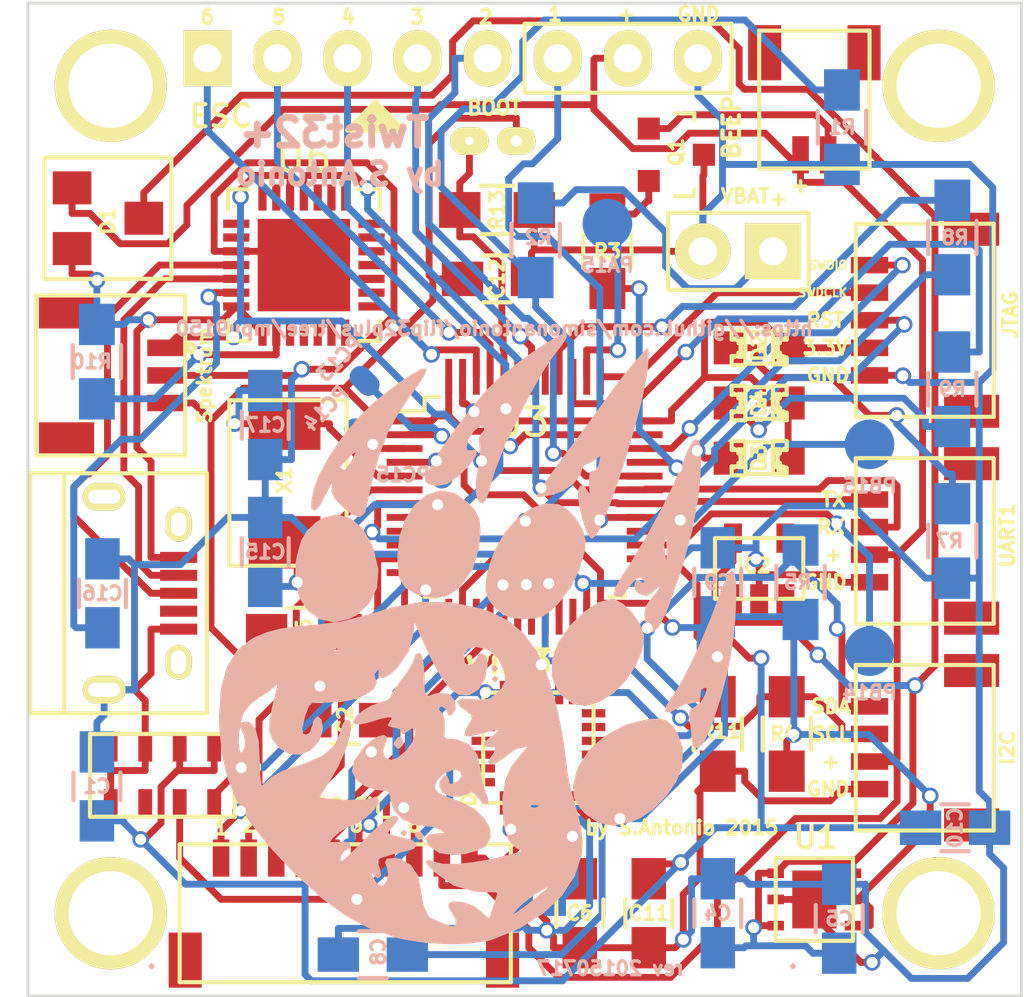
<source format=kicad_pcb>
(kicad_pcb (version 4) (host pcbnew "(after 2015-mar-04 BZR unknown)-product")
  (layers (0 F.Cu signal) (31 B.Cu signal hide) (34 B.Paste user) (35 F.Paste user) (36 B.SilkS user hide) (37 F.SilkS user) (38 B.Mask user) (39 F.Mask user) (44 Edge.Cuts user))
  (net 0 "")
  (net 1 /VCC_SEN)
  (net 2 GND)
  (net 3 /TO_REGS)
  (net 4 N-0000031)
  (net 5 VCC)
  (net 6 /OSC_OUT)
  (net 7 N-0000036)
  (net 8 /OSC_IN)
  (net 9 /VBUS)
  (net 10 N-0000017)
  (net 11 N-0000018)
  (net 12 N-0000019)
  (net 13 /VCC_IN)
  (net 14 N-0000076)
  (net 15 N-0000072)
  (net 16 N-0000075)
  (net 17 N-0000080)
  (net 18 N-0000024)
  (net 19 N-0000033)
  (net 20 N-0000092)
  (net 21 /PWM1)
  (net 22 /PWM2)
  (net 23 /PWM3)
  (net 24 /PWM4)
  (net 25 /PWM5)
  (net 26 /PWM6)
  (net 27 N-0000091)
  (net 28 /RC_CH1)
  (net 29 /RC_CH2)
  (net 30 /RC_CH3)
  (net 31 /RC_CH4)
  (net 32 /RC_CH5)
  (net 33 /RC_CH6)
  (net 34 /RC_CH7)
  (net 35 /RC_CH8)
  (net 36 /TX0)
  (net 37 /RX0)
  (net 38 /SDA)
  (net 39 /SCL)
  (net 40 /UU1)
  (net 41 /UU2)
  (net 42 /UU3)
  (net 43 /UU4)
  (net 44 /UU5)
  (net 45 /UU7)
  (net 46 /UU8)
  (net 47 /SWDIO)
  (net 48 /SWDCLK)
  (net 49 /NRST)
  (net 50 /BOOT0)
  (net 51 N-0000090)
  (net 52 /POWER_ADC)
  (net 53 /LED0)
  (net 54 /LED1)
  (net 55 N-0000016)
  (net 56 /BOOT1)
  (net 57 N-0000025)
  (net 58 N-0000020)
  (net 59 N-0000028)
  (net 60 N-0000029)
  (net 61 N-0000030)
  (net 62 /MPU_INT)
  (net 63 N-0000050)
  (net 64 N-0000068)
  (net 65 N-0000069)
  (net 66 N-0000070)
  (net 67 N-0000051)
  (net 68 N-0000034)
  (net 69 /ACC_INT2)
  (net 70 /MAG_RDY)
  (net 71 N-0000055)
  (net 72 N-0000053)
  (net 73 N-0000043)
  (net 74 N-0000042)
  (net 75 N-000002)
  (net 76 N-0000041)
  (net 77 N-0000035)
  (net 78 N-000003)
  (net 79 N-000004)
  (net 80 N-000005)
  (net 81 N-000006)
  (net 82 N-000007)
  (net 83 N-000008)
  (net 84 N-000009)
  (net 85 N-0000010)
  (net 86 N-000001)
  (net 87 N-0000011)
  (net 88 N-0000040)
  (net 89 N-0000039)
  (net 90 N-0000014)
  (net 91 N-0000015)
  (module Connect:1pin (layer B.Cu) (at 140.2 141.7 45)
    (fp_text reference PC13 (at -0.070711 -1.202082 45) (layer B.SilkS) (effects (font (size 0.5 0.5) (thickness 0.125)) (justify mirror)))
    (fp_text value UU5 hide)
    (pad 1 smd oval (at 0 0 45) (size 0.8 1.2) (layers B.Cu B.Paste B.Mask) (net 42 /UU3))
  )
  (module Connect:1pin (layer B.Cu) (at 140 143.6 45)
    (fp_text reference PC14 (at -0.212132 -1.484924 45) (layer B.SilkS) (effects (font (size 0.5 0.5) (thickness 0.125)) (justify mirror)))
    (fp_text value UU5 hide)
    (pad 1 smd oval (at 0 0 45) (size 0.8 1.2) (layers B.Cu B.Paste B.Mask) (net 43 /UU4))
  )
  (module Connect:1pin (layer B.Cu) (at 143 145)
    (fp_text reference PC15 (at -1.4 0.1) (layer B.SilkS) (effects (font (size 0.5 0.5) (thickness 0.125)) (justify mirror)))
    (fp_text value UU5 hide)
    (pad 1 smd oval (at 0 0) (size 0.8 1.2) (layers B.Cu B.Paste B.Mask) (net 44 /UU5))
  )
  (module Pin_Headers:Pin_Header_Straight_1x08 (layer F.Cu) (at 134.5 130 90)
    (fp_text reference ESC (at -2.1 0.5 180) (layer F.SilkS) (effects (font (size 0.8 0.8))))
    (fp_text value "ESC OUT")
    (pad 1 thru_hole rect (at 0 0 90) (size 2.032 1.7272) (drill 1.016) (layers *.Cu *.Mask F.SilkS) (net 26 /PWM6))
    (pad 2 thru_hole oval (at 0 2.54 90) (size 2.032 1.7272) (drill 1.016) (layers *.Cu *.Mask F.SilkS) (net 25 /PWM5))
    (pad 3 thru_hole oval (at 0 5.08 90) (size 2.032 1.7272) (drill 1.016) (layers *.Cu *.Mask F.SilkS) (net 24 /PWM4))
    (pad 4 thru_hole oval (at 0 7.62 90) (size 2.032 1.7272) (drill 1.016) (layers *.Cu *.Mask F.SilkS) (net 23 /PWM3))
    (pad 5 thru_hole oval (at 0 10.16 90) (size 2.032 1.7272) (drill 1.016) (layers *.Cu *.Mask F.SilkS) (net 22 /PWM2))
    (pad 6 thru_hole oval (at 0 12.7 90) (size 2.032 1.7272) (drill 1.016) (layers *.Cu *.Mask F.SilkS) (net 21 /PWM1))
    (pad 7 thru_hole oval (at 0 15.24 90) (size 2.032 1.7272) (drill 1.016) (layers *.Cu *.Mask F.SilkS) (net 13 /VCC_IN))
    (pad 8 thru_hole oval (at 0 17.78 90) (size 2.032 1.7272) (drill 1.016) (layers *.Cu *.Mask F.SilkS) (net 2 GND))
  )
  (module Pin_Headers:Pin_Header_Straight_1x02 (layer F.Cu) (at 156 133.5 90)
    (fp_text reference BEEP (at 1 -2.5 270) (layer F.SilkS) (effects (font (size 0.6 0.6))))
    (fp_text value BEEPER hide)
    (pad 1 smd rect (at 0 0 90) (size 1.35 0.6) (layers F.Cu F.Paste F.Mask) (net 13 /VCC_IN))
    (pad 2 smd rect (at 0 1 90) (size 1.35 0.6) (layers F.Cu F.Paste F.Mask) (net 27 N-0000091))
    (pad "" smd rect (at 3.7 -1.3 90) (size 2 1.2) (layers F.Cu F.Paste F.Mask))
    (pad "" smd rect (at 3.7 2.3 90) (size 2 1.2) (layers F.Cu F.Paste F.Mask))
  )
  (module Pin_Headers:Pin_Header_Straight_1x04 (layer F.Cu) (at 158.5 153.5)
    (fp_text reference I2C (at 5 1.5 90) (layer F.SilkS) (effects (font (size 0.5 0.5) (thickness 0.125))))
    (fp_text value I2C)
    (pad 1 smd rect (at 0 0) (size 1.35 0.6) (layers F.Cu F.Paste F.Mask) (net 38 /SDA))
    (pad 2 smd rect (at 0 1) (size 1.35 0.6) (layers F.Cu F.Paste F.Mask) (net 39 /SCL))
    (pad 3 smd rect (at 0 2) (size 1.35 0.6) (layers F.Cu F.Paste F.Mask) (net 13 /VCC_IN))
    (pad 4 smd rect (at 0 3) (size 1.35 0.6) (layers F.Cu F.Paste F.Mask) (net 2 GND))
    (pad "" smd rect (at 3.7 -1.3) (size 2 1.2) (layers F.Cu F.Paste F.Mask))
    (pad "" smd rect (at 3.7 4.3) (size 2 1.2) (layers F.Cu F.Paste F.Mask))
  )
  (module Pin_Headers:Pin_Header_Straight_1x04 (layer F.Cu) (at 158.5 146)
    (fp_text reference UART1 (at 5 1.3 90) (layer F.SilkS) (effects (font (size 0.5 0.5) (thickness 0.125))))
    (fp_text value "UART 1")
    (pad 1 smd rect (at 0 0) (size 1.35 0.6) (layers F.Cu F.Paste F.Mask) (net 36 /TX0))
    (pad 2 smd rect (at 0 1) (size 1.35 0.6) (layers F.Cu F.Paste F.Mask) (net 37 /RX0))
    (pad 3 smd rect (at 0 2) (size 1.35 0.6) (layers F.Cu F.Paste F.Mask) (net 13 /VCC_IN))
    (pad 4 smd rect (at 0 3) (size 1.35 0.6) (layers F.Cu F.Paste F.Mask) (net 2 GND))
    (pad "" smd rect (at 3.7 -1.3) (size 2 1.2) (layers F.Cu F.Paste F.Mask))
    (pad "" smd rect (at 3.7 4.3) (size 2 1.2) (layers F.Cu F.Paste F.Mask))
  )
  (module Pin_Headers:Pin_Header_Straight_1x05 (layer F.Cu) (at 158.5 137.5)
    (fp_text reference JTAG (at 5.1 1.8 90) (layer F.SilkS) (effects (font (size 0.5 0.5) (thickness 0.125))))
    (fp_text value JTAG)
    (pad 1 smd rect (at 0 0) (size 1.35 0.6) (layers F.Cu F.Paste F.Mask) (net 47 /SWDIO))
    (pad 2 smd rect (at 0 1) (size 1.35 0.6) (layers F.Cu F.Paste F.Mask) (net 48 /SWDCLK))
    (pad 3 smd rect (at 0 2) (size 1.35 0.6) (layers F.Cu F.Paste F.Mask) (net 49 /NRST))
    (pad 4 smd rect (at 0 3) (size 1.35 0.6) (layers F.Cu F.Paste F.Mask) (net 5 VCC))
    (pad 5 smd rect (at 0 4) (size 1.35 0.6) (layers F.Cu F.Paste F.Mask) (net 2 GND))
    (pad "" smd rect (at 3.7 -1.3) (size 2 1.2) (layers F.Cu F.Paste F.Mask))
    (pad "" smd rect (at 3.7 5.3) (size 2 1.2) (layers F.Cu F.Paste F.Mask))
  )
  (module Pin_Headers:Pin_Header_Straight_1x03 (layer F.Cu) (at 133 141.5)
    (fp_text reference Spektrum (at 1.4 0 90) (layer F.SilkS) (effects (font (size 0.5 0.5) (thickness 0.125))))
    (fp_text value "Spektrum Satellite Receiver")
    (pad 1 smd rect (at 0 -1) (size 1.35 0.6) (layers F.Cu F.Paste F.Mask) (net 37 /RX0))
    (pad 2 smd rect (at 0 0) (size 1.35 0.6) (layers F.Cu F.Paste F.Mask) (net 2 GND))
    (pad 3 smd rect (at 0 1) (size 1.35 0.6) (layers F.Cu F.Paste F.Mask) (net 5 VCC))
    (pad 5 smd rect (at -3.6 -2.3) (size 2 1.2) (layers F.Cu F.Paste F.Mask))
    (pad 4 smd rect (at -3.6 2.3) (size 2 1.2) (layers F.Cu F.Paste F.Mask))
  )
  (module Pin_Headers:Pin_Header_Straight_1x10 (layer F.Cu) (at 135 159)
    (fp_text reference RC_CH (at 4.6 -1.9 180) (layer F.SilkS) (effects (font (size 0.5 0.5) (thickness 0.125))))
    (fp_text value "RECV CHANNELS")
    (pad 1 smd rect (at 0 0) (size 0.6 1.35) (layers F.Cu F.Paste F.Mask) (net 28 /RC_CH1))
    (pad 2 smd rect (at 1 0) (size 0.6 1.35) (layers F.Cu F.Paste F.Mask) (net 29 /RC_CH2))
    (pad 3 smd rect (at 2 0) (size 0.6 1.35) (layers F.Cu F.Paste F.Mask) (net 30 /RC_CH3))
    (pad 4 smd rect (at 3 0) (size 0.6 1.35) (layers F.Cu F.Paste F.Mask) (net 31 /RC_CH4))
    (pad 5 smd rect (at 4 0) (size 0.6 1.35) (layers F.Cu F.Paste F.Mask) (net 32 /RC_CH5))
    (pad 6 smd rect (at 5 0) (size 0.6 1.35) (layers F.Cu F.Paste F.Mask) (net 33 /RC_CH6))
    (pad 7 smd rect (at 6 0) (size 0.6 1.35) (layers F.Cu F.Paste F.Mask) (net 34 /RC_CH7))
    (pad 8 smd rect (at 7 0) (size 0.6 1.35) (layers F.Cu F.Paste F.Mask) (net 35 /RC_CH8))
    (pad 9 smd rect (at 8 0) (size 0.6 1.35) (layers F.Cu F.Paste F.Mask) (net 13 /VCC_IN))
    (pad 10 smd rect (at 9 0) (size 0.6 1.35) (layers F.Cu F.Paste F.Mask) (net 2 GND))
    (pad "" smd rect (at 10.2 3.7) (size 1.2 2) (layers F.Cu F.Paste F.Mask))
    (pad "" smd rect (at -1.3 3.7) (size 1.2 2) (layers F.Cu F.Paste F.Mask))
  )
  (module Housings_DFN_QFN:QFN-28-1EP_5x5mm_Pitch0.5mm (layer F.Cu) (at 138 137.5)
    (fp_text reference U6 (at 0 -3.875) (layer F.SilkS))
    (fp_text value CP2102)
    (pad 1 smd rect (at -2.45 -1.5) (size 0.95 0.299) (layers F.Cu F.Paste F.Mask) (net 73 N-0000043))
    (pad 2 smd rect (at -2.45 -1) (size 0.95 0.299) (layers F.Cu F.Paste F.Mask) (net 74 N-0000042))
    (pad 3 smd rect (at -2.45 -0.5) (size 0.95 0.299) (layers F.Cu F.Paste F.Mask) (net 2 GND))
    (pad 4 smd rect (at -2.45 0) (size 0.95 0.299) (layers F.Cu F.Paste F.Mask) (net 11 N-0000018))
    (pad 5 smd rect (at -2.45 0.5) (size 0.95 0.299) (layers F.Cu F.Paste F.Mask) (net 10 N-0000017))
    (pad 6 smd rect (at -2.45 1) (size 0.95 0.299) (layers F.Cu F.Paste F.Mask) (net 7 N-0000036))
    (pad 7 smd rect (at -2.45 1.5) (size 0.95 0.299) (layers F.Cu F.Paste F.Mask) (net 9 /VBUS))
    (pad 8 smd rect (at -1.5 2.45 90) (size 0.95 0.299) (layers F.Cu F.Paste F.Mask) (net 9 /VBUS))
    (pad 9 smd rect (at -1 2.45 90) (size 0.95 0.299) (layers F.Cu F.Paste F.Mask) (net 55 N-0000016))
    (pad 10 smd rect (at -0.5 2.45 90) (size 0.95 0.299) (layers F.Cu F.Paste F.Mask) (net 75 N-000002))
    (pad 11 smd rect (at 0 2.45 90) (size 0.95 0.299) (layers F.Cu F.Paste F.Mask) (net 76 N-0000041))
    (pad 12 smd rect (at 0.5 2.45 90) (size 0.95 0.299) (layers F.Cu F.Paste F.Mask) (net 77 N-0000035))
    (pad 13 smd rect (at 1 2.45 90) (size 0.95 0.299) (layers F.Cu F.Paste F.Mask) (net 78 N-000003))
    (pad 14 smd rect (at 1.5 2.45 90) (size 0.95 0.299) (layers F.Cu F.Paste F.Mask) (net 79 N-000004))
    (pad 15 smd rect (at 2.45 1.5) (size 0.95 0.299) (layers F.Cu F.Paste F.Mask) (net 80 N-000005))
    (pad 16 smd rect (at 2.45 1) (size 0.95 0.299) (layers F.Cu F.Paste F.Mask) (net 81 N-000006))
    (pad 17 smd rect (at 2.45 0.5) (size 0.95 0.299) (layers F.Cu F.Paste F.Mask) (net 82 N-000007))
    (pad 18 smd rect (at 2.45 0) (size 0.95 0.299) (layers F.Cu F.Paste F.Mask) (net 83 N-000008))
    (pad 19 smd rect (at 2.45 -0.5) (size 0.95 0.299) (layers F.Cu F.Paste F.Mask) (net 84 N-000009))
    (pad 20 smd rect (at 2.45 -1) (size 0.95 0.299) (layers F.Cu F.Paste F.Mask) (net 85 N-0000010))
    (pad 21 smd rect (at 2.45 -1.5) (size 0.95 0.299) (layers F.Cu F.Paste F.Mask) (net 86 N-000001))
    (pad 22 smd rect (at 1.5 -2.45 90) (size 0.95 0.299) (layers F.Cu F.Paste F.Mask) (net 87 N-0000011))
    (pad 23 smd rect (at 1 -2.45 90) (size 0.95 0.299) (layers F.Cu F.Paste F.Mask) (net 88 N-0000040))
    (pad 24 smd rect (at 0.5 -2.45 90) (size 0.95 0.299) (layers F.Cu F.Paste F.Mask) (net 89 N-0000039))
    (pad 25 smd rect (at 0 -2.45 90) (size 0.95 0.299) (layers F.Cu F.Paste F.Mask) (net 36 /TX0))
    (pad 26 smd rect (at -0.5 -2.45 90) (size 0.95 0.299) (layers F.Cu F.Paste F.Mask) (net 37 /RX0))
    (pad 27 smd rect (at -1 -2.45 90) (size 0.95 0.299) (layers F.Cu F.Paste F.Mask) (net 90 N-0000014))
    (pad 28 smd rect (at -1.5 -2.45 90) (size 0.95 0.299) (layers F.Cu F.Paste F.Mask) (net 91 N-0000015))
    (pad 29 smd rect (at 0 0) (size 3.35 3.35) (layers F.Cu F.Paste F.Mask) (net 2 GND))
  )
  (module Housings_DFN_QFN:QFN-24-1EP_3x3mm_Pitch0.4mm (layer F.Cu) (at 146.5 155)
    (fp_text reference U2 (at 0 -0.9) (layer F.SilkS) (effects (font (size 0.5 0.5) (thickness 0.125))))
    (fp_text value MPU-9250)
    (pad 1 smd rect (at -2 -1.25) (size 0.85 0.299) (layers F.Cu F.Paste F.Mask))
    (pad 2 smd rect (at -2 -0.75) (size 0.85 0.299) (layers F.Cu F.Paste F.Mask) (net 57 N-0000025))
    (pad 3 smd rect (at -2 -0.25) (size 0.85 0.299) (layers F.Cu F.Paste F.Mask))
    (pad 4 smd rect (at -2 0.25) (size 0.85 0.299) (layers F.Cu F.Paste F.Mask) (net 58 N-0000020))
    (pad 5 smd rect (at -2 0.75) (size 0.85 0.299) (layers F.Cu F.Paste F.Mask) (net 59 N-0000028))
    (pad 6 smd rect (at -2 1.25) (size 0.85 0.299) (layers F.Cu F.Paste F.Mask) (net 60 N-0000029))
    (pad 7 smd rect (at -1.25 2 90) (size 0.85 0.299) (layers F.Cu F.Paste F.Mask) (net 61 N-0000030))
    (pad 8 smd rect (at -0.75 2 90) (size 0.85 0.299) (layers F.Cu F.Paste F.Mask) (net 5 VCC))
    (pad 9 smd rect (at -0.25 2 90) (size 0.85 0.299) (layers F.Cu F.Paste F.Mask) (net 2 GND))
    (pad 10 smd rect (at 0.25 2 90) (size 0.85 0.299) (layers F.Cu F.Paste F.Mask) (net 4 N-0000031))
    (pad 11 smd rect (at 0.75 2 90) (size 0.85 0.299) (layers F.Cu F.Paste F.Mask) (net 19 N-0000033))
    (pad 12 smd rect (at 1.25 2 90) (size 0.85 0.299) (layers F.Cu F.Paste F.Mask) (net 62 /MPU_INT))
    (pad 13 smd rect (at 2 1.25) (size 0.85 0.299) (layers F.Cu F.Paste F.Mask) (net 1 /VCC_SEN))
    (pad 14 smd rect (at 2 0.75) (size 0.85 0.299) (layers F.Cu F.Paste F.Mask) (net 63 N-0000050))
    (pad 15 smd rect (at 2 0.25) (size 0.85 0.299) (layers F.Cu F.Paste F.Mask) (net 64 N-0000068))
    (pad 16 smd rect (at 2 -0.25) (size 0.85 0.299) (layers F.Cu F.Paste F.Mask) (net 65 N-0000069))
    (pad 17 smd rect (at 2 -0.75) (size 0.85 0.299) (layers F.Cu F.Paste F.Mask) (net 66 N-0000070))
    (pad 18 smd rect (at 2 -1.25) (size 0.85 0.299) (layers F.Cu F.Paste F.Mask) (net 2 GND))
    (pad 19 smd rect (at 1.25 -2 90) (size 0.85 0.299) (layers F.Cu F.Paste F.Mask) (net 67 N-0000051))
    (pad 20 smd rect (at 0.75 -2 90) (size 0.85 0.299) (layers F.Cu F.Paste F.Mask) (net 2 GND))
    (pad 21 smd rect (at 0.25 -2 90) (size 0.85 0.299) (layers F.Cu F.Paste F.Mask) (net 68 N-0000034))
    (pad 22 smd rect (at -0.25 -2 90) (size 0.85 0.299) (layers F.Cu F.Paste F.Mask) (net 5 VCC))
    (pad 23 smd rect (at -0.75 -2 90) (size 0.85 0.299) (layers F.Cu F.Paste F.Mask) (net 39 /SCL))
    (pad 24 smd rect (at -1.25 -2 90) (size 0.85 0.299) (layers F.Cu F.Paste F.Mask) (net 38 /SDA))
  )
  (module Connect:1pin (layer F.Cu) (at 131 161)
    (fp_text reference MNT4 hide)
    (fp_text value 1pin hide)
    (pad 1 thru_hole circle (at 0 0) (size 4.064 4.064) (drill 3.048) (layers *.Cu *.Mask F.SilkS))
  )
  (module Socket_Strips:Socket_Strip_Straight_1x02 (layer F.Cu) (at 155 137 180)
    (fp_text reference VBAT (at 1 2 360) (layer F.SilkS) (effects (font (size 0.5 0.5) (thickness 0.125))))
    (fp_text value VBAT hide)
    (pad 1 thru_hole rect (at 0 0 180) (size 2.032 2.032) (drill 1.016) (layers *.Cu *.Mask F.SilkS) (net 20 N-0000092))
    (pad 2 thru_hole oval (at 2.54 0 180) (size 2.032 2.032) (drill 1.016) (layers *.Cu *.Mask F.SilkS) (net 2 GND))
  )
  (module Pin_Headers:Pin_Header_Straight_1x02 (layer F.Cu) (at 144 133 90)
    (fp_text reference BOOT (at 1.2 0.9 180) (layer F.SilkS) (effects (font (size 0.5 0.5) (thickness 0.125))))
    (fp_text value BOOT hide)
    (pad 1 thru_hole oval (at 0 0 90) (size 1 1.4) (drill 0.3) (layers *.Cu *.Mask F.SilkS) (net 50 /BOOT0))
    (pad 2 thru_hole oval (at 0 1.7 90) (size 1 1.4) (drill 0.4) (layers *.Cu *.Mask F.SilkS) (net 5 VCC))
  )
  (module Oddities:NetTie-I_Connected (layer B.Cu) (at 146.5 160.7 180)
    (fp_text reference FSYNC-MPU hide)
    (fp_text value MPU-JMP)
    (fp_line (start 0.4 0) (end -0.3 0) (layer B.Cu) (width 0.15))
    (fp_line (start 0.4 0.1) (end -0.3 0.1) (layer B.Cu) (width 0.15))
    (fp_line (start 0.4 0.1) (end -0.3 0.1) (layer B.Cu) (width 0.15))
    (fp_line (start 0.4 0) (end -0.3 0) (layer B.Cu) (width 0.15))
    (fp_line (start 0.4 -0.1) (end -0.3 -0.1) (layer B.Cu) (width 0.15))
    (pad 1 smd rect (at -0.6 0 180) (size 0.8 0.8) (layers B.Cu B.Paste B.Mask) (net 19 N-0000033))
    (pad 2 smd rect (at 0.6 0 180) (size 0.8 0.8) (layers B.Cu B.Paste B.Mask) (net 2 GND))
  )
  (module Oddities:NetTie-I_Connected (layer B.Cu) (at 146.5 159.4)
    (fp_text reference JP1 hide)
    (fp_text value MPU-JMP)
    (fp_line (start -0.4 0) (end 0.4 0) (layer B.Cu) (width 0.15))
    (fp_line (start -0.4 -0.1) (end 0.4 -0.1) (layer B.Cu) (width 0.15))
    (fp_line (start -0.4 0) (end 0.4 0) (layer B.Cu) (width 0.15))
    (pad 1 smd rect (at -0.6 0) (size 0.8 0.8) (layers B.Cu B.Paste B.Mask) (net 18 N-0000024))
    (pad 2 smd rect (at 0.6 0) (size 0.8 0.8) (layers B.Cu B.Paste B.Mask) (net 2 GND))
  )
  (module Connect:1pin (layer F.Cu) (at 161 161)
    (fp_text reference MNT3 hide)
    (fp_text value 1pin hide)
    (pad 1 thru_hole circle (at 0 0) (size 4.064 4.064) (drill 3.048) (layers *.Cu *.Mask F.SilkS))
  )
  (module Connect:1pin (layer F.Cu) (at 131 131)
    (fp_text reference MNT1 hide)
    (fp_text value 1pin hide)
    (pad 1 thru_hole circle (at 0 0) (size 4.064 4.064) (drill 3.048) (layers *.Cu *.Mask F.SilkS))
  )
  (module Connect:1pin (layer F.Cu) (at 161 131)
    (fp_text reference MNT2 hide)
    (fp_text value 1pin hide)
    (pad 1 thru_hole circle (at 0 0) (size 4.064 4.064) (drill 3.048) (layers *.Cu *.Mask F.SilkS))
  )
  (module Connect:1pin (layer B.Cu) (at 158.5 144)
    (fp_text reference PB15 (at 0 1.5) (layer B.SilkS) (effects (font (size 0.5 0.5) (thickness 0.125)) (justify mirror)))
    (fp_text value TP)
    (pad 1 smd circle (at 0 0) (size 1.8 1.8) (layers B.Cu B.Paste B.Mask) (net 46 /UU8))
  )
  (module Connect:1pin (layer B.Cu) (at 158.5 151.5)
    (fp_text reference PB14 (at 0 1.5) (layer B.SilkS) (effects (font (size 0.5 0.5) (thickness 0.125)) (justify mirror)))
    (fp_text value TP)
    (pad 1 smd circle (at 0 0) (size 1.8 1.8) (layers B.Cu B.Paste B.Mask) (net 45 /UU7))
  )
  (module Connect:1pin (layer B.Cu) (at 149 136)
    (fp_text reference PA15 (at 0 1.5) (layer B.SilkS) (effects (font (size 0.5 0.5) (thickness 0.125)) (justify mirror)))
    (fp_text value TP)
    (pad 1 smd circle (at 0 0) (size 1.8 1.8) (layers B.Cu B.Paste B.Mask) (net 41 /UU2))
  )
  (module Housings_SOIC:SOIC-8_3.9x4.9mm_Pitch1.27mm (layer F.Cu) (at 133.5 156 270)
    (fp_text reference U5 (at 0 -2.6 270) (layer F.SilkS) (effects (font (size 0.6 0.6))))
    (fp_text value MS5611-01BA)
    (pad 1 smd rect (at -1 -1.25 270) (size 1 0.5) (layers F.Cu F.Paste F.Mask) (net 1 /VCC_SEN))
    (pad 2 smd rect (at -1 0 270) (size 1 0.5) (layers F.Cu F.Paste F.Mask) (net 1 /VCC_SEN))
    (pad 3 smd rect (at -1 1.25 270) (size 1 0.5) (layers F.Cu F.Paste F.Mask) (net 2 GND))
    (pad 4 smd rect (at -1 2.5 270) (size 1 0.5) (layers F.Cu F.Paste F.Mask) (net 2 GND))
    (pad 5 smd rect (at 1 2.5 270) (size 1 0.5) (layers F.Cu F.Paste F.Mask) (net 2 GND))
    (pad 6 smd rect (at 1 1.25 270) (size 1 0.5) (layers F.Cu F.Paste F.Mask) (net 72 N-0000053))
    (pad 7 smd rect (at 1 0 270) (size 1 0.5) (layers F.Cu F.Paste F.Mask) (net 38 /SDA))
    (pad 8 smd rect (at 1 -1.25 270) (size 1 0.5) (layers F.Cu F.Paste F.Mask) (net 39 /SCL))
  )
  (module Transistors_SMD:sc70-5 (layer F.Cu) (at 156.5 160.5 270)
    (fp_text reference U1 (at -2.25 -0.05 360) (layer F.SilkS) (effects (font (size 0.8 0.8))))
    (fp_text value LP38691)
    (pad 1 smd rect (at -0.95 1.4 270) (size 0.35 0.6) (layers F.Cu F.Paste F.Mask) (net 3 /TO_REGS))
    (pad 3 smd rect (at 0.95 1.4 270) (size 0.35 0.6) (layers F.Cu F.Paste F.Mask) (net 3 /TO_REGS))
    (pad 2 smd rect (at 0 1.4 270) (size 0.35 0.6) (layers F.Cu F.Paste F.Mask) (net 2 GND))
    (pad 4 smd rect (at 0.95 -1.4 270) (size 0.35 0.6) (layers F.Cu F.Paste F.Mask) (net 5 VCC))
    (pad 5 smd rect (at 0 -1.4 270) (size 0.35 0.6) (layers F.Cu F.Paste F.Mask) (net 5 VCC))
    (pad 6 smd rect (at -0.95 -1.4 270) (size 0.35 0.6) (layers F.Cu F.Paste F.Mask) (net 3 /TO_REGS))
    (pad 7 smd rect (at 0 0 270) (size 2.1 1.6) (layers F.Cu F.Paste F.Mask) (net 2 GND))
  )
  (module Housings_SOT-23_SOT-143_TSOT-6:SOT-23-5 (layer F.Cu) (at 154.5 148.5 90)
    (fp_text reference IC2 (at 0.1 -0.2 180) (layer F.SilkS) (effects (font (size 0.5 0.5) (thickness 0.125))))
    (fp_text value MIC5205)
    (pad 1 smd rect (at -1.1 -0.95 90) (size 1.06 0.65) (layers F.Cu F.Paste F.Mask) (net 3 /TO_REGS))
    (pad 2 smd rect (at -1.1 0 90) (size 1.06 0.65) (layers F.Cu F.Paste F.Mask) (net 2 GND))
    (pad 3 smd rect (at -1.1 0.95 90) (size 1.06 0.65) (layers F.Cu F.Paste F.Mask) (net 3 /TO_REGS))
    (pad 4 smd rect (at 1.1 0.95 90) (size 1.06 0.65) (layers F.Cu F.Paste F.Mask) (net 17 N-0000080))
    (pad 5 smd rect (at 1.1 -0.95 90) (size 1.06 0.65) (layers F.Cu F.Paste F.Mask) (net 1 /VCC_SEN))
  )
  (module Connect:GS3 (layer F.Cu) (at 130.9 135.8)
    (fp_text reference D1 (at 0 0.1 90) (layer F.SilkS) (effects (font (size 0.5 0.5) (thickness 0.125))))
    (fp_text value BAV23C)
    (pad 1 smd rect (at -1.3 -1.1) (size 1.4 1.2) (layers F.Cu F.Paste F.Mask) (net 13 /VCC_IN))
    (pad 2 smd rect (at -1.3 1.1) (size 1.4 1.2) (layers F.Cu F.Paste F.Mask) (net 9 /VBUS))
    (pad 3 smd rect (at 1.3 0) (size 1.4 1.2) (layers F.Cu F.Paste F.Mask) (net 3 /TO_REGS))
  )
  (module Crystals_Oscillators_SMD:Q_49U3HMS (layer F.Cu) (at 137.3 145.4 90)
    (fp_text reference X1 (at 0.1 0 90) (layer F.SilkS) (effects (font (size 0.5 0.5) (thickness 0.125))))
    (fp_text value 8MHZ)
    (pad 1 smd rect (at -2.15 0 90) (size 1.9 2.6) (layers F.Cu F.Paste F.Mask) (net 6 /OSC_OUT))
    (pad 2 smd rect (at 2.15 0 90) (size 1.9 2.6) (layers F.Cu F.Paste F.Mask) (net 8 /OSC_IN))
  )
  (module Capacitors_SMD:C_0805_HandSoldering (layer B.Cu) (at 130.5 156.4 90)
    (fp_text reference C1 (at 0 0 180) (layer B.SilkS) (effects (font (size 0.5 0.5) (thickness 0.125)) (justify mirror)))
    (fp_text value 0.1uF hide)
    (pad 1 smd rect (at -1.25 0 90) (size 1.5 1.25) (layers B.Cu B.Paste B.Mask) (net 1 /VCC_SEN))
    (pad 2 smd rect (at 1.25 0 90) (size 1.5 1.25) (layers B.Cu B.Paste B.Mask) (net 2 GND))
  )
  (module Capacitors_SMD:C_0805_HandSoldering (layer F.Cu) (at 139.5 154 180)
    (fp_text reference C2 (at 0 0 450) (layer F.SilkS) (effects (font (size 0.5 0.5) (thickness 0.125))))
    (fp_text value 0.1uF)
    (pad 1 smd rect (at -1.25 0 180) (size 1.5 1.25) (layers F.Cu F.Paste F.Mask) (net 1 /VCC_SEN))
    (pad 2 smd rect (at 1.25 0 180) (size 1.5 1.25) (layers F.Cu F.Paste F.Mask) (net 2 GND))
  )
  (module Capacitors_SMD:C_0805_HandSoldering (layer B.Cu) (at 153 161 90)
    (fp_text reference C4 (at 0 0 180) (layer B.SilkS) (effects (font (size 0.5 0.5) (thickness 0.125)) (justify mirror)))
    (fp_text value 0.1uF)
    (pad 1 smd rect (at -1.25 0 90) (size 1.5 1.25) (layers B.Cu B.Paste B.Mask) (net 3 /TO_REGS))
    (pad 2 smd rect (at 1.25 0 90) (size 1.5 1.25) (layers B.Cu B.Paste B.Mask) (net 2 GND))
  )
  (module Capacitors_SMD:C_0805_HandSoldering (layer B.Cu) (at 157.4 161.2 90)
    (fp_text reference C5 (at 0 0 180) (layer B.SilkS) (effects (font (size 0.5 0.5) (thickness 0.125)) (justify mirror)))
    (fp_text value 0.1uF hide)
    (pad 1 smd rect (at -1.25 0 90) (size 1.5 1.25) (layers B.Cu B.Paste B.Mask) (net 3 /TO_REGS))
    (pad 2 smd rect (at 1.25 0 90) (size 1.5 1.25) (layers B.Cu B.Paste B.Mask) (net 2 GND))
  )
  (module Capacitors_SMD:C_0805_HandSoldering (layer F.Cu) (at 148 161 270)
    (fp_text reference C6 (at 0 0 360) (layer F.SilkS) (effects (font (size 0.5 0.5) (thickness 0.125))))
    (fp_text value 0.1uF hide)
    (pad 1 smd rect (at -1.25 0 270) (size 1.5 1.25) (layers F.Cu F.Paste F.Mask) (net 4 N-0000031))
    (pad 2 smd rect (at 1.25 0 270) (size 1.5 1.25) (layers F.Cu F.Paste F.Mask) (net 2 GND))
  )
  (module Capacitors_SMD:C_0805_HandSoldering (layer B.Cu) (at 140.5 162.5 180)
    (fp_text reference C8 (at -0.2 0.1 450) (layer B.SilkS) (effects (font (size 0.5 0.5) (thickness 0.125)) (justify mirror)))
    (fp_text value 10uF hide)
    (pad 1 smd rect (at -1.25 0 180) (size 1.5 1.25) (layers B.Cu B.Paste B.Mask) (net 5 VCC))
    (pad 2 smd rect (at 1.25 0 180) (size 1.5 1.25) (layers B.Cu B.Paste B.Mask) (net 2 GND))
  )
  (module Capacitors_SMD:C_0805_HandSoldering (layer B.Cu) (at 153 149 90)
    (fp_text reference C9 (at 0 0 180) (layer B.SilkS) (effects (font (size 0.5 0.5) (thickness 0.125)) (justify mirror)))
    (fp_text value 0.1uF hide)
    (pad 1 smd rect (at -1.25 0 90) (size 1.5 1.25) (layers B.Cu B.Paste B.Mask) (net 5 VCC))
    (pad 2 smd rect (at 1.25 0 90) (size 1.5 1.25) (layers B.Cu B.Paste B.Mask) (net 2 GND))
  )
  (module Capacitors_SMD:C_0805_HandSoldering (layer B.Cu) (at 161.6 157.9)
    (fp_text reference C10 (at 0 0 270) (layer B.SilkS) (effects (font (size 0.5 0.5) (thickness 0.125)) (justify mirror)))
    (fp_text value C hide)
    (pad 1 smd rect (at -1.25 0) (size 1.5 1.25) (layers B.Cu B.Paste B.Mask) (net 1 /VCC_SEN))
    (pad 2 smd rect (at 1.25 0) (size 1.5 1.25) (layers B.Cu B.Paste B.Mask) (net 2 GND))
  )
  (module Capacitors_SMD:C_0805_HandSoldering (layer F.Cu) (at 150.5 161 270)
    (fp_text reference C11 (at 0 0 540) (layer F.SilkS) (effects (font (size 0.5 0.5) (thickness 0.125))))
    (fp_text value C hide)
    (pad 1 smd rect (at -1.25 0 270) (size 1.5 1.25) (layers F.Cu F.Paste F.Mask) (net 1 /VCC_SEN))
    (pad 2 smd rect (at 1.25 0 270) (size 1.5 1.25) (layers F.Cu F.Paste F.Mask) (net 2 GND))
  )
  (module Capacitors_SMD:C_0805_HandSoldering (layer F.Cu) (at 145 138)
    (fp_text reference C12 (at 0 0 270) (layer F.SilkS) (effects (font (size 0.5 0.5) (thickness 0.125))))
    (fp_text value 0.1uF hide)
    (pad 1 smd rect (at -1.25 0) (size 1.5 1.25) (layers F.Cu F.Paste F.Mask) (net 5 VCC))
    (pad 2 smd rect (at 1.25 0) (size 1.5 1.25) (layers F.Cu F.Paste F.Mask) (net 2 GND))
  )
  (module Capacitors_SMD:C_0805_HandSoldering (layer B.Cu) (at 136.6 147.9 90)
    (fp_text reference C15 (at 0 0 360) (layer B.SilkS) (effects (font (size 0.5 0.5) (thickness 0.125)) (justify mirror)))
    (fp_text value C)
    (pad 1 smd rect (at -1.25 0 90) (size 1.5 1.25) (layers B.Cu B.Paste B.Mask) (net 6 /OSC_OUT))
    (pad 2 smd rect (at 1.25 0 90) (size 1.5 1.25) (layers B.Cu B.Paste B.Mask) (net 2 GND))
  )
  (module Capacitors_SMD:C_0805_HandSoldering (layer B.Cu) (at 130.7 149.4 90)
    (fp_text reference C16 (at 0 0 180) (layer B.SilkS) (effects (font (size 0.5 0.5) (thickness 0.125)) (justify mirror)))
    (fp_text value 0.1uF hide)
    (pad 1 smd rect (at -1.25 0 90) (size 1.5 1.25) (layers B.Cu B.Paste B.Mask) (net 7 N-0000036))
    (pad 2 smd rect (at 1.25 0 90) (size 1.5 1.25) (layers B.Cu B.Paste B.Mask) (net 2 GND))
  )
  (module Capacitors_SMD:C_0805_HandSoldering (layer B.Cu) (at 136.6 143.3 270)
    (fp_text reference C17 (at 0 0 540) (layer B.SilkS) (effects (font (size 0.5 0.5) (thickness 0.125)) (justify mirror)))
    (fp_text value C)
    (pad 1 smd rect (at -1.25 0 270) (size 1.5 1.25) (layers B.Cu B.Paste B.Mask) (net 8 /OSC_IN))
    (pad 2 smd rect (at 1.25 0 270) (size 1.5 1.25) (layers B.Cu B.Paste B.Mask) (net 2 GND))
  )
  (module Connect:USB_Micro-B (layer F.Cu) (at 131.9 149.4 270)
    (fp_text reference CON1 hide)
    (fp_text value USB)
    (pad 1 smd rect (at -1.3009 -1.56254) (size 1.35 0.4) (layers F.Cu F.Paste F.Mask) (net 9 /VBUS))
    (pad 2 smd rect (at -0.6509 -1.56254) (size 1.35 0.4) (layers F.Cu F.Paste F.Mask) (net 10 N-0000017))
    (pad 3 smd rect (at -0.0009 -1.56254) (size 1.35 0.4) (layers F.Cu F.Paste F.Mask) (net 11 N-0000018))
    (pad 4 smd rect (at 0.6491 -1.56254) (size 1.35 0.4) (layers F.Cu F.Paste F.Mask) (net 12 N-0000019))
    (pad 5 smd rect (at 1.2991 -1.56254) (size 1.35 0.4) (layers F.Cu F.Paste F.Mask) (net 2 GND))
    (pad 6 thru_hole oval (at -2.5009 -1.56254) (size 0.95 1.25) (drill oval 0.55 0.85) (layers *.Cu *.Mask F.SilkS))
    (pad 6 thru_hole oval (at 2.4991 -1.56254) (size 0.95 1.25) (drill oval 0.55 0.85) (layers *.Cu *.Mask F.SilkS))
    (pad 6 thru_hole oval (at -3.5009 1.13746) (size 1.55 1) (drill oval 1.15 0.5) (layers *.Cu *.Mask F.SilkS))
    (pad 6 thru_hole oval (at 3.4991 1.13746) (size 1.55 1) (drill oval 1.15 0.5) (layers *.Cu *.Mask F.SilkS) (net 2 GND))
  )
  (module LEDs:LED-0805 (layer F.Cu) (at 154.5 140.5 180)
    (fp_text reference D2 (at 0 0 270) (layer F.SilkS) (effects (font (size 0.5 0.5) (thickness 0.125))))
    (fp_text value B)
    (pad 2 smd rect (at 1.04902 0) (size 1.19888 1.19888) (layers F.Cu F.Paste F.Mask) (net 14 N-0000076))
    (pad 1 smd rect (at -1.04902 0) (size 1.19888 1.19888) (layers F.Cu F.Paste F.Mask) (net 5 VCC))
  )
  (module LEDs:LED-0805 (layer F.Cu) (at 154.5 144.5 180)
    (fp_text reference D3 (at 0 0 270) (layer F.SilkS) (effects (font (size 0.5 0.5) (thickness 0.125))))
    (fp_text value R)
    (pad 2 smd rect (at 1.04902 0) (size 1.19888 1.19888) (layers F.Cu F.Paste F.Mask) (net 15 N-0000072))
    (pad 1 smd rect (at -1.04902 0) (size 1.19888 1.19888) (layers F.Cu F.Paste F.Mask) (net 5 VCC))
  )
  (module LEDs:LED-0805 (layer F.Cu) (at 154.5 142.5 180)
    (fp_text reference D4 (at 0 0 270) (layer F.SilkS) (effects (font (size 0.5 0.5) (thickness 0.125))))
    (fp_text value G)
    (pad 2 smd rect (at 1.04902 0) (size 1.19888 1.19888) (layers F.Cu F.Paste F.Mask) (net 16 N-0000075))
    (pad 1 smd rect (at -1.04902 0) (size 1.19888 1.19888) (layers F.Cu F.Paste F.Mask) (net 5 VCC))
  )
  (module Housings_SOT-23_SOT-143_TSOT-6:SOT-23 (layer F.Cu) (at 151.5 133.5 270)
    (fp_text reference Q1 (at -0.1 0 270) (layer F.SilkS) (effects (font (size 0.5 0.5) (thickness 0.125))))
    (fp_text value MMBT29)
    (pad 1 smd rect (at -0.95 1.00076 270) (size 0.8001 0.8001) (layers F.Cu F.Paste F.Mask) (net 27 N-0000091))
    (pad 2 smd rect (at 0.95 1.00076 270) (size 0.8001 0.8001) (layers F.Cu F.Paste F.Mask) (net 51 N-0000090))
    (pad 3 smd rect (at 0 -0.99822 270) (size 0.8001 0.8001) (layers F.Cu F.Paste F.Mask) (net 2 GND))
  )
  (module Resistors_SMD:R_0805_HandSoldering (layer B.Cu) (at 157.5 132.5 90)
    (fp_text reference R1 (at 0 0 360) (layer B.SilkS) (effects (font (size 0.5 0.5) (thickness 0.125)) (justify mirror)))
    (fp_text value 11K)
    (pad 1 smd rect (at -1.35 0 90) (size 1.5 1.3) (layers B.Cu B.Paste B.Mask) (net 2 GND))
    (pad 2 smd rect (at 1.35 0 90) (size 1.5 1.3) (layers B.Cu B.Paste B.Mask) (net 52 /POWER_ADC))
  )
  (module Resistors_SMD:R_0805_HandSoldering (layer B.Cu) (at 146.4 136.6 90)
    (fp_text reference R2 (at 0.1 0.1 360) (layer B.SilkS) (effects (font (size 0.5 0.5) (thickness 0.125)) (justify mirror)))
    (fp_text value 1K)
    (pad 1 smd rect (at -1.35 0 90) (size 1.5 1.3) (layers B.Cu B.Paste B.Mask) (net 52 /POWER_ADC))
    (pad 2 smd rect (at 1.35 0 90) (size 1.5 1.3) (layers B.Cu B.Paste B.Mask) (net 20 N-0000092))
  )
  (module Resistors_SMD:R_0805_HandSoldering (layer F.Cu) (at 149 137 90)
    (fp_text reference R3 (at 0 0 360) (layer F.SilkS) (effects (font (size 0.5 0.5) (thickness 0.125))))
    (fp_text value 100 hide)
    (pad 1 smd rect (at -1.35 0 90) (size 1.5 1.3) (layers F.Cu F.Paste F.Mask) (net 40 /UU1))
    (pad 2 smd rect (at 1.35 0 90) (size 1.5 1.3) (layers F.Cu F.Paste F.Mask) (net 51 N-0000090))
  )
  (module Resistors_SMD:R_0805_HandSoldering (layer F.Cu) (at 155.5 154.5 90)
    (fp_text reference R4 (at 0 -0.1 180) (layer F.SilkS) (effects (font (size 0.5 0.5) (thickness 0.125))))
    (fp_text value 1K hide)
    (pad 1 smd rect (at -1.35 0 90) (size 1.5 1.3) (layers F.Cu F.Paste F.Mask) (net 5 VCC))
    (pad 2 smd rect (at 1.35 0 90) (size 1.5 1.3) (layers F.Cu F.Paste F.Mask) (net 39 /SCL))
  )
  (module Resistors_SMD:R_0805_HandSoldering (layer B.Cu) (at 156 149 90)
    (fp_text reference R5 (at 0 -0.1 360) (layer B.SilkS) (effects (font (size 0.5 0.5) (thickness 0.125)) (justify mirror)))
    (fp_text value 1K hide)
    (pad 1 smd rect (at -1.35 0 90) (size 1.5 1.3) (layers B.Cu B.Paste B.Mask) (net 5 VCC))
    (pad 2 smd rect (at 1.35 0 90) (size 1.5 1.3) (layers B.Cu B.Paste B.Mask) (net 38 /SDA))
  )
  (module Resistors_SMD:R_0805_HandSoldering (layer F.Cu) (at 138 150.8 180)
    (fp_text reference R6 (at 0 0 270) (layer F.SilkS) (effects (font (size 0.5 0.5) (thickness 0.125))))
    (fp_text value 10k)
    (pad 1 smd rect (at -1.35 0 180) (size 1.5 1.3) (layers F.Cu F.Paste F.Mask) (net 5 VCC))
    (pad 2 smd rect (at 1.35 0 180) (size 1.5 1.3) (layers F.Cu F.Paste F.Mask) (net 49 /NRST))
  )
  (module Resistors_SMD:R_0805_HandSoldering (layer B.Cu) (at 161.5 147.5 270)
    (fp_text reference R7 (at 0 0.1 360) (layer B.SilkS) (effects (font (size 0.5 0.5) (thickness 0.125)) (justify mirror)))
    (fp_text value R)
    (pad 1 smd rect (at -1.35 0 270) (size 1.5 1.3) (layers B.Cu B.Paste B.Mask) (net 14 N-0000076))
    (pad 2 smd rect (at 1.35 0 270) (size 1.5 1.3) (layers B.Cu B.Paste B.Mask) (net 2 GND))
  )
  (module Resistors_SMD:R_0805_HandSoldering (layer B.Cu) (at 161.5 136.5 90)
    (fp_text reference R8 (at 0 0.1 180) (layer B.SilkS) (effects (font (size 0.5 0.5) (thickness 0.125)) (justify mirror)))
    (fp_text value R)
    (pad 1 smd rect (at -1.35 0 90) (size 1.5 1.3) (layers B.Cu B.Paste B.Mask) (net 15 N-0000072))
    (pad 2 smd rect (at 1.35 0 90) (size 1.5 1.3) (layers B.Cu B.Paste B.Mask) (net 53 /LED0))
  )
  (module Resistors_SMD:R_0805_HandSoldering (layer B.Cu) (at 161.5 142 90)
    (fp_text reference R9 (at 0 0 180) (layer B.SilkS) (effects (font (size 0.5 0.5) (thickness 0.125)) (justify mirror)))
    (fp_text value R)
    (pad 1 smd rect (at -1.35 0 90) (size 1.5 1.3) (layers B.Cu B.Paste B.Mask) (net 16 N-0000075))
    (pad 2 smd rect (at 1.35 0 90) (size 1.5 1.3) (layers B.Cu B.Paste B.Mask) (net 54 /LED1))
  )
  (module Resistors_SMD:R_0805_HandSoldering (layer B.Cu) (at 130.5 141 270)
    (fp_text reference R10 (at 0 0.2 540) (layer B.SilkS) (effects (font (size 0.5 0.5) (thickness 0.125)) (justify mirror)))
    (fp_text value 10k hide)
    (pad 1 smd rect (at -1.35 0 270) (size 1.5 1.3) (layers B.Cu B.Paste B.Mask) (net 9 /VBUS))
    (pad 2 smd rect (at 1.35 0 270) (size 1.5 1.3) (layers B.Cu B.Paste B.Mask) (net 55 N-0000016))
  )
  (module Resistors_SMD:R_0805_HandSoldering (layer F.Cu) (at 153 154.5 270)
    (fp_text reference R11 (at -0.1 -0.1 360) (layer F.SilkS) (effects (font (size 0.5 0.5) (thickness 0.125))))
    (fp_text value 1k hide)
    (pad 1 smd rect (at -1.35 0 270) (size 1.5 1.3) (layers F.Cu F.Paste F.Mask) (net 56 /BOOT1))
    (pad 2 smd rect (at 1.35 0 270) (size 1.5 1.3) (layers F.Cu F.Paste F.Mask) (net 2 GND))
  )
  (module Resistors_SMD:R_0805_HandSoldering (layer F.Cu) (at 145 135.5)
    (fp_text reference R13 (at 0 0 90) (layer F.SilkS) (effects (font (size 0.5 0.5) (thickness 0.125))))
    (fp_text value 1k hide)
    (pad 1 smd rect (at -1.35 0) (size 1.5 1.3) (layers F.Cu F.Paste F.Mask) (net 50 /BOOT0))
    (pad 2 smd rect (at 1.35 0) (size 1.5 1.3) (layers F.Cu F.Paste F.Mask) (net 2 GND))
  )
  (module Housings_QFP:LQFP-48_7x7mm_Pitch0.5mm (layer F.Cu) (at 146 145.9)
    (fp_text reference U3 (at -0.1 -2.7) (layer F.SilkS))
    (fp_text value STM32F103CB)
    (pad 1 smd rect (at -4.35 -2.75) (size 1.3 0.25) (layers F.Cu F.Paste F.Mask) (net 5 VCC))
    (pad 2 smd rect (at -4.35 -2.25) (size 1.3 0.25) (layers F.Cu F.Paste F.Mask) (net 42 /UU3))
    (pad 3 smd rect (at -4.35 -1.75) (size 1.3 0.25) (layers F.Cu F.Paste F.Mask) (net 43 /UU4))
    (pad 4 smd rect (at -4.35 -1.25) (size 1.3 0.25) (layers F.Cu F.Paste F.Mask) (net 44 /UU5))
    (pad 5 smd rect (at -4.35 -0.75) (size 1.3 0.25) (layers F.Cu F.Paste F.Mask) (net 8 /OSC_IN))
    (pad 6 smd rect (at -4.35 -0.25) (size 1.3 0.25) (layers F.Cu F.Paste F.Mask) (net 6 /OSC_OUT))
    (pad 7 smd rect (at -4.35 0.25) (size 1.3 0.25) (layers F.Cu F.Paste F.Mask) (net 49 /NRST))
    (pad 8 smd rect (at -4.35 0.75) (size 1.3 0.25) (layers F.Cu F.Paste F.Mask) (net 2 GND))
    (pad 9 smd rect (at -4.35 1.25) (size 1.3 0.25) (layers F.Cu F.Paste F.Mask) (net 5 VCC))
    (pad 10 smd rect (at -4.35 1.75) (size 1.3 0.25) (layers F.Cu F.Paste F.Mask) (net 28 /RC_CH1))
    (pad 11 smd rect (at -4.35 2.25) (size 1.3 0.25) (layers F.Cu F.Paste F.Mask) (net 29 /RC_CH2))
    (pad 12 smd rect (at -4.35 2.75) (size 1.3 0.25) (layers F.Cu F.Paste F.Mask) (net 30 /RC_CH3))
    (pad 13 smd rect (at -2.75 4.35 90) (size 1.3 0.25) (layers F.Cu F.Paste F.Mask) (net 31 /RC_CH4))
    (pad 14 smd rect (at -2.25 4.35 90) (size 1.3 0.25) (layers F.Cu F.Paste F.Mask) (net 52 /POWER_ADC))
    (pad 15 smd rect (at -1.75 4.35 90) (size 1.3 0.25) (layers F.Cu F.Paste F.Mask) (net 69 /ACC_INT2))
    (pad 16 smd rect (at -1.25 4.35 90) (size 1.3 0.25) (layers F.Cu F.Paste F.Mask) (net 32 /RC_CH5))
    (pad 17 smd rect (at -0.75 4.35 90) (size 1.3 0.25) (layers F.Cu F.Paste F.Mask) (net 33 /RC_CH6))
    (pad 18 smd rect (at -0.25 4.35 90) (size 1.3 0.25) (layers F.Cu F.Paste F.Mask) (net 34 /RC_CH7))
    (pad 19 smd rect (at 0.25 4.35 90) (size 1.3 0.25) (layers F.Cu F.Paste F.Mask) (net 35 /RC_CH8))
    (pad 20 smd rect (at 0.75 4.35 90) (size 1.3 0.25) (layers F.Cu F.Paste F.Mask) (net 56 /BOOT1))
    (pad 21 smd rect (at 1.25 4.35 90) (size 1.3 0.25) (layers F.Cu F.Paste F.Mask) (net 39 /SCL))
    (pad 22 smd rect (at 1.75 4.35 90) (size 1.3 0.25) (layers F.Cu F.Paste F.Mask) (net 38 /SDA))
    (pad 23 smd rect (at 2.25 4.35 90) (size 1.3 0.25) (layers F.Cu F.Paste F.Mask) (net 2 GND))
    (pad 24 smd rect (at 2.75 4.35 90) (size 1.3 0.25) (layers F.Cu F.Paste F.Mask) (net 5 VCC))
    (pad 25 smd rect (at 4.35 2.75) (size 1.3 0.25) (layers F.Cu F.Paste F.Mask) (net 70 /MAG_RDY))
    (pad 26 smd rect (at 4.35 2.25) (size 1.3 0.25) (layers F.Cu F.Paste F.Mask) (net 62 /MPU_INT))
    (pad 27 smd rect (at 4.35 1.75) (size 1.3 0.25) (layers F.Cu F.Paste F.Mask) (net 45 /UU7))
    (pad 28 smd rect (at 4.35 1.25) (size 1.3 0.25) (layers F.Cu F.Paste F.Mask) (net 46 /UU8))
    (pad 29 smd rect (at 4.35 0.75) (size 1.3 0.25) (layers F.Cu F.Paste F.Mask) (net 21 /PWM1))
    (pad 30 smd rect (at 4.35 0.25) (size 1.3 0.25) (layers F.Cu F.Paste F.Mask) (net 36 /TX0))
    (pad 31 smd rect (at 4.35 -0.25) (size 1.3 0.25) (layers F.Cu F.Paste F.Mask) (net 37 /RX0))
    (pad 32 smd rect (at 4.35 -0.75) (size 1.3 0.25) (layers F.Cu F.Paste F.Mask) (net 22 /PWM2))
    (pad 33 smd rect (at 4.35 -1.25) (size 1.3 0.25) (layers F.Cu F.Paste F.Mask) (net 40 /UU1))
    (pad 34 smd rect (at 4.35 -1.75) (size 1.3 0.25) (layers F.Cu F.Paste F.Mask) (net 47 /SWDIO))
    (pad 35 smd rect (at 4.35 -2.25) (size 1.3 0.25) (layers F.Cu F.Paste F.Mask) (net 2 GND))
    (pad 36 smd rect (at 4.35 -2.75) (size 1.3 0.25) (layers F.Cu F.Paste F.Mask) (net 5 VCC))
    (pad 37 smd rect (at 2.75 -4.35 90) (size 1.3 0.25) (layers F.Cu F.Paste F.Mask) (net 48 /SWDCLK))
    (pad 38 smd rect (at 2.25 -4.35 90) (size 1.3 0.25) (layers F.Cu F.Paste F.Mask) (net 41 /UU2))
    (pad 39 smd rect (at 1.75 -4.35 90) (size 1.3 0.25) (layers F.Cu F.Paste F.Mask) (net 54 /LED1))
    (pad 40 smd rect (at 1.25 -4.35 90) (size 1.3 0.25) (layers F.Cu F.Paste F.Mask) (net 53 /LED0))
    (pad 41 smd rect (at 0.75 -4.35 90) (size 1.3 0.25) (layers F.Cu F.Paste F.Mask) (net 71 N-0000055))
    (pad 42 smd rect (at 0.25 -4.35 90) (size 1.3 0.25) (layers F.Cu F.Paste F.Mask) (net 23 /PWM3))
    (pad 43 smd rect (at -0.25 -4.35 90) (size 1.3 0.25) (layers F.Cu F.Paste F.Mask) (net 24 /PWM4))
    (pad 44 smd rect (at -0.75 -4.35 90) (size 1.3 0.25) (layers F.Cu F.Paste F.Mask) (net 50 /BOOT0))
    (pad 45 smd rect (at -1.25 -4.35 90) (size 1.3 0.25) (layers F.Cu F.Paste F.Mask) (net 25 /PWM5))
    (pad 46 smd rect (at -1.75 -4.35 90) (size 1.3 0.25) (layers F.Cu F.Paste F.Mask) (net 26 /PWM6))
    (pad 47 smd rect (at -2.25 -4.35 90) (size 1.3 0.25) (layers F.Cu F.Paste F.Mask) (net 2 GND))
    (pad 48 smd rect (at -2.75 -4.35 90) (size 1.3 0.25) (layers F.Cu F.Paste F.Mask) (net 5 VCC))
  )
  (module temp:bear-paw-med (layer B.Cu) (at 144.1 151.3 180)
    (fp_text reference G*** hide)
    (fp_text value LOGO hide)
  )
  (gr_line (start 140.5 132) (end 140.5 132.2) (angle 90) (layer F.SilkS) (width 0.2))
  (gr_line (start 141 132.5) (end 140.5 132) (angle 90) (layer F.SilkS) (width 0.2))
  (gr_line (start 141.3 132.5) (end 141 132.5) (angle 90) (layer F.SilkS) (width 0.2))
  (gr_line (start 140.6 131.8) (end 141.3 132.5) (angle 90) (layer F.SilkS) (width 0.2))
  (gr_line (start 139.8 132.6) (end 140.6 131.8) (angle 90) (layer F.SilkS) (width 0.2))
  (gr_line (start 139.6 132.6) (end 139.8 132.6) (angle 90) (layer F.SilkS) (width 0.2))
  (gr_line (start 140 132.4) (end 139.8 132.6) (angle 90) (layer F.SilkS) (width 0.2))
  (gr_line (start 140.4 132.4) (end 140 132.4) (angle 90) (layer F.SilkS) (width 0.2))
  (gr_line (start 140.8 132.4) (end 140.4 132.4) (angle 90) (layer F.SilkS) (width 0.2))
  (gr_line (start 140.5 132.1) (end 140.8 132.4) (angle 90) (layer F.SilkS) (width 0.2))
  (gr_line (start 140.1 132.5) (end 140.5 132.1) (angle 90) (layer F.SilkS) (width 0.2))
  (gr_line (start 141.2 132.5) (end 140.1 132.5) (angle 90) (layer F.SilkS) (width 0.2))
  (gr_line (start 140.5 131.8) (end 141.2 132.5) (angle 90) (layer F.SilkS) (width 0.2))
  (gr_line (start 139.7 132.6) (end 140.5 131.8) (angle 90) (layer F.SilkS) (width 0.2))
  (gr_line (start 141.6 132.6) (end 139.7 132.6) (angle 90) (layer F.SilkS) (width 0.2))
  (gr_line (start 140.6 131.6) (end 141.6 132.6) (angle 90) (layer F.SilkS) (width 0.2))
  (gr_line (start 139.6 132.6) (end 140.6 131.6) (angle 90) (layer F.SilkS) (width 0.2))
  (gr_text "by S.Antonio 2015" (at 151.7 157.9) (layer F.SilkS) (effects (font (size 0.5 0.5) (thickness 0.125))))
  (gr_text Twist32+ (at 146 151.9) (layer F.SilkS) (effects (font (size 0.8 0.8) (thickness 0.2))))
  (gr_text https://github.com/simonantonio/flip32plus/tree/mpu9150 (at 144.9 139.8) (layer B.SilkS) (effects (font (size 0.5 0.5) (thickness 0.125)) (justify mirror)))
  (gr_text "rev 20150717" (at 149.1 163) (layer B.SilkS) (effects (font (size 0.5 0.5) (thickness 0.125)) (justify mirror)))
  (gr_text "by S.Antonio" (at 139.3 134.2) (layer B.SilkS) (effects (font (size 0.8 0.8) (thickness 0.2)) (justify mirror)))
  (gr_text Twist32+ (at 139.1 132.7) (layer B.SilkS) (effects (font (size 1 1) (thickness 0.25)) (justify mirror)))
  (gr_circle (center 133.9 140.5) (end 134 140.6) (layer F.SilkS) (width 0.2))
  (gr_text + (at 156 134.6) (layer F.SilkS) (effects (font (size 0.5 0.5) (thickness 0.125))))
  (gr_text + (at 155.2 135.1) (layer F.SilkS) (effects (font (size 0.5 0.5) (thickness 0.125))))
  (gr_text SWDIO (at 157 137.5) (layer F.SilkS) (effects (font (size 0.3 0.3) (thickness 0.075))))
  (gr_text 3.3V (at 156.9 140.5) (layer F.SilkS) (effects (font (size 0.5 0.5) (thickness 0.125))))
  (gr_text GND (at 157 141.5) (layer F.SilkS) (effects (font (size 0.5 0.5) (thickness 0.125))))
  (gr_text SWDCLK (at 156.8 138.5) (layer F.SilkS) (effects (font (size 0.3 0.3) (thickness 0.075))))
  (gr_text RST (at 156.9 139.5) (layer F.SilkS) (effects (font (size 0.5 0.5) (thickness 0.125))))
  (gr_text RX (at 157.1 147) (layer F.SilkS) (effects (font (size 0.5 0.5) (thickness 0.125))))
  (gr_text TX (at 157.2 146) (layer F.SilkS) (effects (font (size 0.5 0.5) (thickness 0.125))))
  (gr_text + (at 157.2 148) (layer F.SilkS) (effects (font (size 0.5 0.5) (thickness 0.125))))
  (gr_text GND (at 156.9 149) (layer F.SilkS) (effects (font (size 0.5 0.5) (thickness 0.125))))
  (gr_text GND (at 157 156.5) (layer F.SilkS) (effects (font (size 0.5 0.5) (thickness 0.125))))
  (gr_text + (at 157.1 155.5) (layer F.SilkS) (effects (font (size 0.5 0.5) (thickness 0.125))))
  (gr_text SDA (at 157.1 153.5) (layer F.SilkS) (effects (font (size 0.5 0.5) (thickness 0.125))))
  (gr_text 6 (at 139.9 157.8) (layer F.SilkS) (effects (font (size 0.5 0.5) (thickness 0.125))))
  (gr_text 5 (at 139 157.8) (layer F.SilkS) (effects (font (size 0.5 0.5) (thickness 0.125))))
  (gr_text GND (at 144 157.4 90) (layer F.SilkS) (effects (font (size 0.5 0.5) (thickness 0.125))))
  (gr_text 2 (at 136 157.8) (layer F.SilkS) (effects (font (size 0.5 0.5) (thickness 0.125))))
  (gr_text 1 (at 135 157.9) (layer F.SilkS) (effects (font (size 0.5 0.5) (thickness 0.125))))
  (gr_text 7 (at 141 157.8) (layer F.SilkS) (effects (font (size 0.5 0.5) (thickness 0.125))))
  (gr_text 8 (at 142 157.8) (layer F.SilkS) (effects (font (size 0.5 0.5) (thickness 0.125))))
  (gr_text + (at 143 157.8) (layer F.SilkS) (effects (font (size 0.5 0.5) (thickness 0.125))))
  (gr_text SCL (at 157.1 154.5) (layer F.SilkS) (effects (font (size 0.5 0.5) (thickness 0.125))))
  (gr_text 4 (at 137.9 157.8) (layer F.SilkS) (effects (font (size 0.5 0.5) (thickness 0.125))))
  (gr_text 3 (at 137 157.8) (layer F.SilkS) (effects (font (size 0.5 0.5) (thickness 0.125))))
  (gr_text GND (at 152.3 128.4) (layer F.SilkS) (effects (font (size 0.5 0.5) (thickness 0.125))))
  (gr_text + (at 149.7 128.4) (layer F.SilkS) (effects (font (size 0.5 0.5) (thickness 0.125))))
  (gr_text 4 (at 139.6 128.5) (layer F.SilkS) (effects (font (size 0.5 0.5) (thickness 0.125))))
  (gr_text 5 (at 137.1 128.5) (layer F.SilkS) (effects (font (size 0.5 0.5) (thickness 0.125))))
  (gr_text 6 (at 134.5 128.5) (layer F.SilkS) (effects (font (size 0.5 0.5) (thickness 0.125))))
  (gr_text 3 (at 142.1 128.5) (layer F.SilkS) (effects (font (size 0.5 0.5) (thickness 0.125))))
  (gr_text 2 (at 144.6 128.5) (layer F.SilkS) (effects (font (size 0.5 0.5) (thickness 0.125))))
  (gr_text 1 (at 147.1 128.4) (layer F.SilkS) (effects (font (size 0.5 0.5) (thickness 0.125))))
  (gr_line (start 128 164) (end 128 128) (angle 90) (layer Edge.Cuts) (width 0.1))
  (gr_line (start 164 164) (end 128 164) (angle 90) (layer Edge.Cuts) (width 0.1))
  (gr_line (start 164 128) (end 164 164) (angle 90) (layer Edge.Cuts) (width 0.1))
  (gr_line (start 128 128) (end 164 128) (angle 90) (layer Edge.Cuts) (width 0.1))
  (via (at 151.6563 159.16) (size 0.6) (layers F.Cu B.Cu) (net 1))
  (via (at 154.5717 151.75) (size 0.6) (layers F.Cu B.Cu) (net 1))
  (via (at 132.0856 158.3234) (size 0.6) (layers F.Cu B.Cu) (net 1))
  (via (at 140.444 155.1484) (size 0.6) (layers F.Cu B.Cu) (net 1))
  (segment (start 151.604 159.2123) (end 151.6563 159.16) (width 0.25) (layer F.Cu) (net 1))
  (segment (start 150.5 159.2123) (end 151.604 159.2123) (width 0.25) (layer F.Cu) (net 1))
  (segment (start 160.35 157.9) (end 159.2747 157.9) (width 0.25) (layer B.Cu) (net 1))
  (segment (start 133.5 155) (end 133.5 155.8253) (width 0.25) (layer F.Cu) (net 1))
  (segment (start 133.5 155.8253) (end 134.75 155.8253) (width 0.25) (layer F.Cu) (net 1))
  (segment (start 134.75 155) (end 134.75 155.8253) (width 0.25) (layer F.Cu) (net 1))
  (segment (start 150.5 159.75) (end 150.5 159.2123) (width 0.25) (layer F.Cu) (net 1))
  (segment (start 153.55 147.4) (end 153.55 148.2553) (width 0.25) (layer F.Cu) (net 1))
  (segment (start 154.5717 157.9) (end 154.5717 151.75) (width 0.25) (layer B.Cu) (net 1))
  (segment (start 159.2747 157.9) (end 154.5717 157.9) (width 0.25) (layer B.Cu) (net 1))
  (segment (start 152.9163 157.9) (end 151.6563 159.16) (width 0.25) (layer B.Cu) (net 1))
  (segment (start 154.5717 157.9) (end 152.9163 157.9) (width 0.25) (layer B.Cu) (net 1))
  (segment (start 133.4186 155.8253) (end 133.5 155.8253) (width 0.25) (layer F.Cu) (net 1))
  (segment (start 132.8254 156.4185) (end 133.4186 155.8253) (width 0.25) (layer F.Cu) (net 1))
  (segment (start 132.8254 157.7234) (end 132.8254 156.4185) (width 0.25) (layer F.Cu) (net 1))
  (segment (start 132.2254 158.3234) (end 132.8254 157.7234) (width 0.25) (layer F.Cu) (net 1))
  (segment (start 132.0856 158.3234) (end 132.2254 158.3234) (width 0.25) (layer F.Cu) (net 1))
  (segment (start 131.4503 157.6881) (end 132.0856 158.3234) (width 0.25) (layer B.Cu) (net 1))
  (segment (start 131.4503 157.65) (end 131.4503 157.6881) (width 0.25) (layer B.Cu) (net 1))
  (segment (start 130.5 157.65) (end 131.4503 157.65) (width 0.25) (layer B.Cu) (net 1))
  (segment (start 140.75 154) (end 140.75 154.9503) (width 0.25) (layer F.Cu) (net 1))
  (segment (start 140.5519 155.1484) (end 140.444 155.1484) (width 0.25) (layer F.Cu) (net 1))
  (segment (start 140.75 154.9503) (end 140.5519 155.1484) (width 0.25) (layer F.Cu) (net 1))
  (segment (start 147.3659 163.4504) (end 151.6563 159.16) (width 0.25) (layer B.Cu) (net 1))
  (segment (start 138.2723 163.4504) (end 147.3659 163.4504) (width 0.25) (layer B.Cu) (net 1))
  (segment (start 138.0439 163.222) (end 138.2723 163.4504) (width 0.25) (layer B.Cu) (net 1))
  (segment (start 138.0439 159.946) (end 138.0439 163.222) (width 0.25) (layer B.Cu) (net 1))
  (segment (start 133.7082 159.946) (end 132.0856 158.3234) (width 0.25) (layer B.Cu) (net 1))
  (segment (start 138.0439 159.946) (end 133.7082 159.946) (width 0.25) (layer B.Cu) (net 1))
  (segment (start 154.1378 151.75) (end 154.5717 151.75) (width 0.25) (layer F.Cu) (net 1))
  (segment (start 152.8997 150.5119) (end 154.1378 151.75) (width 0.25) (layer F.Cu) (net 1))
  (segment (start 152.8997 148.9056) (end 152.8997 150.5119) (width 0.25) (layer F.Cu) (net 1))
  (segment (start 153.55 148.2553) (end 152.8997 148.9056) (width 0.25) (layer F.Cu) (net 1))
  (segment (start 139.5744 158.4155) (end 139.7374 158.4155) (width 0.25) (layer B.Cu) (net 1))
  (segment (start 138.0439 159.946) (end 139.5744 158.4155) (width 0.25) (layer B.Cu) (net 1))
  (segment (start 139.7374 155.855) (end 140.444 155.1484) (width 0.25) (layer B.Cu) (net 1))
  (segment (start 139.7374 158.4155) (end 139.7374 155.855) (width 0.25) (layer B.Cu) (net 1))
  (via (at 159.7084 141.5112) (size 0.6) (layers F.Cu B.Cu) (net 2))
  (via (at 137.9242 141.2765) (size 0.6) (layers F.Cu B.Cu) (net 2))
  (via (at 151.75 161.9503) (size 0.6) (layers F.Cu B.Cu) (net 2))
  (via (at 148.1168 149.0403) (size 0.6) (layers F.Cu B.Cu) (net 2))
  (via (at 158.591 162.7825) (size 0.6) (layers F.Cu B.Cu) (net 2))
  (via (at 146.806 161.6181) (size 0.6) (layers F.Cu B.Cu) (net 2))
  (via (at 142.8485 146.1867) (size 0.6) (layers F.Cu B.Cu) (net 2))
  (via (at 154.3874 148.1587) (size 0.6) (layers F.Cu B.Cu) (net 2))
  (via (at 138.5815 152.7657) (size 0.6) (layers F.Cu B.Cu) (net 2))
  (via (at 144.168 142.8137) (size 0.6) (layers F.Cu B.Cu) (net 2))
  (via (at 145.4698 144.0629) (size 0.6) (layers F.Cu B.Cu) (net 2))
  (segment (start 146.35 135.5) (end 146.35 136.4753) (width 0.25) (layer F.Cu) (net 2))
  (segment (start 132.25 155) (end 132.25 154.1747) (width 0.25) (layer F.Cu) (net 2))
  (segment (start 132.25 155) (end 132.25 155.8253) (width 0.25) (layer F.Cu) (net 2))
  (segment (start 131 155.8253) (end 132.25 155.8253) (width 0.25) (layer F.Cu) (net 2))
  (segment (start 131 155.8253) (end 131 155) (width 0.25) (layer F.Cu) (net 2))
  (segment (start 146.25 138) (end 146.25 137.0497) (width 0.25) (layer F.Cu) (net 2))
  (segment (start 131 155.8253) (end 131 157) (width 0.25) (layer F.Cu) (net 2))
  (segment (start 150.5 162.25) (end 149.5497 162.25) (width 0.25) (layer F.Cu) (net 2))
  (segment (start 152.46 134.2636) (end 152.4982 134.2254) (width 0.25) (layer F.Cu) (net 2))
  (segment (start 152.46 137) (end 152.46 134.2636) (width 0.25) (layer F.Cu) (net 2))
  (segment (start 152.4982 133.5) (end 152.4982 134.2254) (width 0.25) (layer F.Cu) (net 2))
  (segment (start 152.46 137) (end 151.1187 137) (width 0.25) (layer F.Cu) (net 2))
  (segment (start 156.5 160.5) (end 156.5 160.8374) (width 0.25) (layer F.Cu) (net 2))
  (segment (start 155.1 160.5) (end 155.7253 160.5) (width 0.25) (layer F.Cu) (net 2))
  (segment (start 154.1503 159.95) (end 153.9503 159.75) (width 0.25) (layer B.Cu) (net 2))
  (segment (start 157.4 159.95) (end 154.1503 159.95) (width 0.25) (layer B.Cu) (net 2))
  (segment (start 153 159.75) (end 153.9503 159.75) (width 0.25) (layer B.Cu) (net 2))
  (segment (start 159.5115 141.5112) (end 159.5003 141.5) (width 0.25) (layer F.Cu) (net 2))
  (segment (start 159.7084 141.5112) (end 159.5115 141.5112) (width 0.25) (layer F.Cu) (net 2))
  (segment (start 158.5 141.5) (end 159.5003 141.5) (width 0.25) (layer F.Cu) (net 2))
  (segment (start 159.9524 141.7552) (end 159.7084 141.5112) (width 0.25) (layer B.Cu) (net 2))
  (segment (start 162.4753 141.7552) (end 159.9524 141.7552) (width 0.25) (layer B.Cu) (net 2))
  (segment (start 162.85 157.9) (end 162.85 158.8503) (width 0.25) (layer B.Cu) (net 2))
  (segment (start 157.4 159.95) (end 158.3503 159.95) (width 0.25) (layer B.Cu) (net 2))
  (segment (start 133 141.5) (end 134.0003 141.5) (width 0.25) (layer F.Cu) (net 2))
  (segment (start 130.5 155.15) (end 130.5 154.0747) (width 0.25) (layer B.Cu) (net 2))
  (segment (start 162.4753 141.7552) (end 162.4753 148.85) (width 0.25) (layer B.Cu) (net 2))
  (segment (start 162.4753 156.575) (end 162.85 156.9497) (width 0.25) (layer B.Cu) (net 2))
  (segment (start 162.4753 148.85) (end 162.4753 156.575) (width 0.25) (layer B.Cu) (net 2))
  (segment (start 162.85 157.9) (end 162.85 156.9497) (width 0.25) (layer B.Cu) (net 2))
  (segment (start 130.7 148.15) (end 131.6503 148.15) (width 0.25) (layer B.Cu) (net 2))
  (segment (start 130.7625 153.8122) (end 130.7625 152.8991) (width 0.25) (layer B.Cu) (net 2))
  (segment (start 130.5 154.0747) (end 130.7625 153.8122) (width 0.25) (layer B.Cu) (net 2))
  (segment (start 130.7625 152.8991) (end 131.8628 152.8991) (width 0.25) (layer B.Cu) (net 2))
  (segment (start 131.8628 152.8991) (end 131.8628 148.3625) (width 0.25) (layer B.Cu) (net 2))
  (segment (start 131.8628 148.3625) (end 131.6503 148.15) (width 0.25) (layer B.Cu) (net 2))
  (segment (start 133.5198 148.3625) (end 131.8628 148.3625) (width 0.25) (layer B.Cu) (net 2))
  (segment (start 135.2323 146.65) (end 133.5198 148.3625) (width 0.25) (layer B.Cu) (net 2))
  (segment (start 136.6 146.65) (end 135.2323 146.65) (width 0.25) (layer B.Cu) (net 2))
  (segment (start 136.6 144.55) (end 137.5503 144.55) (width 0.25) (layer B.Cu) (net 2))
  (segment (start 147.1 159.4) (end 147.1 158.6747) (width 0.25) (layer B.Cu) (net 2))
  (segment (start 150.5 162.25) (end 151.4503 162.25) (width 0.25) (layer F.Cu) (net 2))
  (segment (start 152.0497 161.6506) (end 151.75 161.9503) (width 0.25) (layer B.Cu) (net 2))
  (segment (start 152.0497 159.75) (end 152.0497 161.6506) (width 0.25) (layer B.Cu) (net 2))
  (segment (start 153 159.75) (end 152.0497 159.75) (width 0.25) (layer B.Cu) (net 2))
  (segment (start 161.9877 148.85) (end 162.4753 148.85) (width 0.25) (layer B.Cu) (net 2))
  (segment (start 137.5503 141.6504) (end 137.9242 141.2765) (width 0.25) (layer B.Cu) (net 2))
  (segment (start 137.5503 144.55) (end 137.5503 141.6504) (width 0.25) (layer B.Cu) (net 2))
  (segment (start 161.9877 148.85) (end 161.5 148.85) (width 0.25) (layer B.Cu) (net 2))
  (segment (start 153 147.75) (end 152.0497 147.75) (width 0.25) (layer B.Cu) (net 2))
  (segment (start 153 147.75) (end 153.9503 147.75) (width 0.25) (layer B.Cu) (net 2))
  (segment (start 161.5 148.85) (end 160.5247 148.85) (width 0.25) (layer B.Cu) (net 2))
  (segment (start 156.0627 160.8374) (end 155.7253 160.5) (width 0.25) (layer F.Cu) (net 2))
  (segment (start 156.5 160.8374) (end 156.0627 160.8374) (width 0.25) (layer F.Cu) (net 2))
  (segment (start 156.5 161.0921) (end 156.5 160.8374) (width 0.25) (layer F.Cu) (net 2))
  (segment (start 158.1904 162.7825) (end 156.5 161.0921) (width 0.25) (layer F.Cu) (net 2))
  (segment (start 158.591 162.7825) (end 158.1904 162.7825) (width 0.25) (layer F.Cu) (net 2))
  (segment (start 159.0145 162.359) (end 158.591 162.7825) (width 0.25) (layer B.Cu) (net 2))
  (segment (start 160.0195 163.364) (end 159.0145 162.359) (width 0.25) (layer B.Cu) (net 2))
  (segment (start 162.0563 163.364) (end 160.0195 163.364) (width 0.25) (layer B.Cu) (net 2))
  (segment (start 163.3591 162.0612) (end 162.0563 163.364) (width 0.25) (layer B.Cu) (net 2))
  (segment (start 163.3591 159.3594) (end 163.3591 162.0612) (width 0.25) (layer B.Cu) (net 2))
  (segment (start 162.85 158.8503) (end 163.3591 159.3594) (width 0.25) (layer B.Cu) (net 2))
  (segment (start 158.3503 161.6948) (end 158.3503 159.95) (width 0.25) (layer B.Cu) (net 2))
  (segment (start 159.0145 162.359) (end 158.3503 161.6948) (width 0.25) (layer B.Cu) (net 2))
  (segment (start 130.7625 152.8991) (end 131.8628 152.8991) (width 0.25) (layer F.Cu) (net 2))
  (segment (start 132.4622 152.2997) (end 131.8628 152.8991) (width 0.25) (layer F.Cu) (net 2))
  (segment (start 132.4622 150.6991) (end 132.4622 152.2997) (width 0.25) (layer F.Cu) (net 2))
  (segment (start 133.4625 150.6991) (end 132.4622 150.6991) (width 0.25) (layer F.Cu) (net 2))
  (segment (start 136.6 144.55) (end 136.6 146.65) (width 0.25) (layer B.Cu) (net 2))
  (segment (start 136.6 146.65) (end 137.5503 146.65) (width 0.25) (layer B.Cu) (net 2))
  (segment (start 149.5497 162.25) (end 148 162.25) (width 0.25) (layer F.Cu) (net 2))
  (segment (start 148 162.25) (end 147.0497 162.25) (width 0.25) (layer F.Cu) (net 2))
  (segment (start 151.4503 162.25) (end 151.75 161.9503) (width 0.25) (layer F.Cu) (net 2))
  (segment (start 152.3568 156.6565) (end 152.2752 156.5748) (width 0.25) (layer F.Cu) (net 2))
  (segment (start 152.3568 159.7006) (end 152.3568 156.6565) (width 0.25) (layer F.Cu) (net 2))
  (segment (start 151.75 160.3074) (end 152.3568 159.7006) (width 0.25) (layer F.Cu) (net 2))
  (segment (start 151.75 161.9503) (end 151.75 160.3074) (width 0.25) (layer F.Cu) (net 2))
  (segment (start 153 155.85) (end 152.2752 156.5748) (width 0.25) (layer F.Cu) (net 2))
  (segment (start 158.5 156.5) (end 157.4997 156.5) (width 0.25) (layer F.Cu) (net 2))
  (segment (start 157.0743 156.9254) (end 157.4997 156.5) (width 0.25) (layer F.Cu) (net 2))
  (segment (start 154.685 156.9254) (end 157.0743 156.9254) (width 0.25) (layer F.Cu) (net 2))
  (segment (start 153.9753 156.2157) (end 154.685 156.9254) (width 0.25) (layer F.Cu) (net 2))
  (segment (start 153.9753 155.85) (end 153.9753 156.2157) (width 0.25) (layer F.Cu) (net 2))
  (segment (start 153 155.85) (end 153.9753 155.85) (width 0.25) (layer F.Cu) (net 2))
  (segment (start 147.0497 161.8618) (end 146.806 161.6181) (width 0.25) (layer F.Cu) (net 2))
  (segment (start 147.0497 162.25) (end 147.0497 161.8618) (width 0.25) (layer F.Cu) (net 2))
  (segment (start 146.806 161.2854) (end 144.9352 159.4146) (width 0.25) (layer F.Cu) (net 2))
  (segment (start 146.806 161.6181) (end 146.806 161.2854) (width 0.25) (layer F.Cu) (net 2))
  (segment (start 144.5206 159) (end 144.9352 159.4146) (width 0.25) (layer F.Cu) (net 2))
  (segment (start 144 159) (end 144.5206 159) (width 0.25) (layer F.Cu) (net 2))
  (segment (start 146.25 158.0998) (end 146.25 157) (width 0.25) (layer F.Cu) (net 2))
  (segment (start 144.9352 159.4146) (end 146.25 158.0998) (width 0.25) (layer F.Cu) (net 2))
  (segment (start 150.7594 149.0403) (end 148.1168 149.0403) (width 0.25) (layer B.Cu) (net 2))
  (segment (start 152.0497 147.75) (end 150.7594 149.0403) (width 0.25) (layer B.Cu) (net 2))
  (segment (start 132.25 153.2863) (end 131.8628 152.8991) (width 0.25) (layer F.Cu) (net 2))
  (segment (start 132.25 154.1747) (end 132.25 153.2863) (width 0.25) (layer F.Cu) (net 2))
  (segment (start 137.5 137) (end 135.55 137) (width 0.25) (layer F.Cu) (net 2))
  (segment (start 138 137.5) (end 137.5 137) (width 0.25) (layer F.Cu) (net 2))
  (segment (start 135.55 137) (end 134.7497 137) (width 0.25) (layer F.Cu) (net 2))
  (segment (start 137.7007 141.5) (end 134.0003 141.5) (width 0.25) (layer F.Cu) (net 2))
  (segment (start 137.9242 141.2765) (end 137.7007 141.5) (width 0.25) (layer F.Cu) (net 2))
  (segment (start 148.25 149.1735) (end 148.1168 149.0403) (width 0.25) (layer F.Cu) (net 2))
  (segment (start 148.25 150.25) (end 148.25 149.1735) (width 0.25) (layer F.Cu) (net 2))
  (segment (start 141.65 146.65) (end 142.6253 146.65) (width 0.25) (layer F.Cu) (net 2))
  (segment (start 134.7497 134.9888) (end 134.7497 137) (width 0.25) (layer F.Cu) (net 2))
  (segment (start 135.9471 133.7914) (end 134.7497 134.9888) (width 0.25) (layer F.Cu) (net 2))
  (segment (start 140.286 133.7914) (end 135.9471 133.7914) (width 0.25) (layer F.Cu) (net 2))
  (segment (start 141.2651 134.7705) (end 140.286 133.7914) (width 0.25) (layer F.Cu) (net 2))
  (segment (start 141.2651 139.3126) (end 141.2651 134.7705) (width 0.25) (layer F.Cu) (net 2))
  (segment (start 139.3012 141.2765) (end 141.2651 139.3126) (width 0.25) (layer F.Cu) (net 2))
  (segment (start 137.9242 141.2765) (end 139.3012 141.2765) (width 0.25) (layer F.Cu) (net 2))
  (segment (start 162.1312 133.85) (end 157.5 133.85) (width 0.25) (layer B.Cu) (net 2))
  (segment (start 162.9649 134.6837) (end 162.1312 133.85) (width 0.25) (layer B.Cu) (net 2))
  (segment (start 162.9649 141.2656) (end 162.9649 134.6837) (width 0.25) (layer B.Cu) (net 2))
  (segment (start 162.4753 141.7552) (end 162.9649 141.2656) (width 0.25) (layer B.Cu) (net 2))
  (segment (start 152.28 130) (end 152.28 131.3413) (width 0.25) (layer B.Cu) (net 2))
  (segment (start 157.5 133.85) (end 153.172 133.85) (width 0.25) (layer B.Cu) (net 2))
  (segment (start 153.172 134.9467) (end 153.172 133.85) (width 0.25) (layer B.Cu) (net 2))
  (segment (start 152.46 135.6587) (end 153.172 134.9467) (width 0.25) (layer B.Cu) (net 2))
  (segment (start 153.172 132.2333) (end 152.28 131.3413) (width 0.25) (layer B.Cu) (net 2))
  (segment (start 153.172 133.85) (end 153.172 132.2333) (width 0.25) (layer B.Cu) (net 2))
  (segment (start 152.46 137) (end 152.46 135.6587) (width 0.25) (layer B.Cu) (net 2))
  (segment (start 154.3874 147.75) (end 153.9503 147.75) (width 0.25) (layer B.Cu) (net 2))
  (segment (start 154.3874 147.3129) (end 154.3874 147.75) (width 0.25) (layer B.Cu) (net 2))
  (segment (start 155.4648 146.2355) (end 154.3874 147.3129) (width 0.25) (layer B.Cu) (net 2))
  (segment (start 157.9102 146.2355) (end 155.4648 146.2355) (width 0.25) (layer B.Cu) (net 2))
  (segment (start 160.5247 148.85) (end 157.9102 146.2355) (width 0.25) (layer B.Cu) (net 2))
  (segment (start 158.5 149) (end 157.4997 149) (width 0.25) (layer F.Cu) (net 2))
  (segment (start 157.2274 148.7277) (end 157.4997 149) (width 0.25) (layer F.Cu) (net 2))
  (segment (start 154.5 148.7277) (end 157.2274 148.7277) (width 0.25) (layer F.Cu) (net 2))
  (segment (start 154.5 148.7277) (end 154.5 149.6) (width 0.25) (layer F.Cu) (net 2))
  (segment (start 138.25 154) (end 138.25 153.0497) (width 0.25) (layer F.Cu) (net 2))
  (segment (start 138.6412 147.7409) (end 138.6412 147.9797) (width 0.25) (layer B.Cu) (net 2))
  (segment (start 137.5503 146.65) (end 138.6412 147.7409) (width 0.25) (layer B.Cu) (net 2))
  (segment (start 151.0684 136.9497) (end 146.35 136.9497) (width 0.25) (layer F.Cu) (net 2))
  (segment (start 151.1187 137) (end 151.0684 136.9497) (width 0.25) (layer F.Cu) (net 2))
  (segment (start 146.35 136.4753) (end 146.35 136.9497) (width 0.25) (layer F.Cu) (net 2))
  (segment (start 146.35 136.9497) (end 146.25 137.0497) (width 0.25) (layer F.Cu) (net 2))
  (segment (start 154.3874 147.75) (end 154.3874 148.1587) (width 0.25) (layer B.Cu) (net 2))
  (segment (start 154.5 148.2713) (end 154.3874 148.1587) (width 0.25) (layer F.Cu) (net 2))
  (segment (start 154.5 148.7277) (end 154.5 148.2713) (width 0.25) (layer F.Cu) (net 2))
  (segment (start 139.8365 146.909) (end 139.8365 147.9797) (width 0.25) (layer B.Cu) (net 2))
  (segment (start 140.5588 146.1867) (end 139.8365 146.909) (width 0.25) (layer B.Cu) (net 2))
  (segment (start 142.8485 146.1867) (end 140.5588 146.1867) (width 0.25) (layer B.Cu) (net 2))
  (segment (start 147.0562 147.9797) (end 139.8365 147.9797) (width 0.25) (layer B.Cu) (net 2))
  (segment (start 148.1168 149.0403) (end 147.0562 147.9797) (width 0.25) (layer B.Cu) (net 2))
  (segment (start 139.8365 147.9797) (end 138.6412 147.9797) (width 0.25) (layer B.Cu) (net 2))
  (segment (start 142.6253 146.4099) (end 142.8485 146.1867) (width 0.25) (layer F.Cu) (net 2))
  (segment (start 142.6253 146.65) (end 142.6253 146.4099) (width 0.25) (layer F.Cu) (net 2))
  (segment (start 143.8796 142.5253) (end 143.75 142.5253) (width 0.25) (layer F.Cu) (net 2))
  (segment (start 144.168 142.8137) (end 143.8796 142.5253) (width 0.25) (layer F.Cu) (net 2))
  (segment (start 143.75 141.55) (end 143.75 142.5253) (width 0.25) (layer F.Cu) (net 2))
  (segment (start 146.0135 143.65) (end 150.35 143.65) (width 0.25) (layer F.Cu) (net 2))
  (segment (start 145.6006 144.0629) (end 146.0135 143.65) (width 0.25) (layer F.Cu) (net 2))
  (segment (start 145.4698 144.0629) (end 145.6006 144.0629) (width 0.25) (layer F.Cu) (net 2))
  (segment (start 145.1032 144.0629) (end 145.4698 144.0629) (width 0.25) (layer B.Cu) (net 2))
  (segment (start 145.1032 144.9038) (end 145.1032 144.0629) (width 0.25) (layer B.Cu) (net 2))
  (segment (start 143.8203 146.1867) (end 145.1032 144.9038) (width 0.25) (layer B.Cu) (net 2))
  (segment (start 142.8485 146.1867) (end 143.8203 146.1867) (width 0.25) (layer B.Cu) (net 2))
  (segment (start 145.1032 143.7489) (end 144.168 142.8137) (width 0.25) (layer B.Cu) (net 2))
  (segment (start 145.1032 144.0629) (end 145.1032 143.7489) (width 0.25) (layer B.Cu) (net 2))
  (segment (start 138.6412 152.706) (end 138.5815 152.7657) (width 0.25) (layer B.Cu) (net 2))
  (segment (start 138.6412 147.9797) (end 138.6412 152.706) (width 0.25) (layer B.Cu) (net 2))
  (segment (start 138.534 152.7657) (end 138.5815 152.7657) (width 0.25) (layer F.Cu) (net 2))
  (segment (start 138.25 153.0497) (end 138.534 152.7657) (width 0.25) (layer F.Cu) (net 2))
  (segment (start 147.4712 161.6181) (end 146.806 161.6181) (width 0.25) (layer B.Cu) (net 2))
  (segment (start 148.3564 160.7329) (end 147.4712 161.6181) (width 0.25) (layer B.Cu) (net 2))
  (segment (start 148.3564 157.9528) (end 148.3564 160.7329) (width 0.25) (layer B.Cu) (net 2))
  (segment (start 147.9902 157.5866) (end 148.3564 157.9528) (width 0.25) (layer B.Cu) (net 2))
  (segment (start 147.4693 157.5866) (end 147.9902 157.5866) (width 0.25) (layer B.Cu) (net 2))
  (segment (start 147.1 157.9559) (end 147.4693 157.5866) (width 0.25) (layer B.Cu) (net 2))
  (segment (start 147.1 158.6747) (end 147.1 157.9559) (width 0.25) (layer B.Cu) (net 2))
  (segment (start 146.0928 161.6181) (end 145.9 161.4253) (width 0.25) (layer B.Cu) (net 2))
  (segment (start 146.806 161.6181) (end 146.0928 161.6181) (width 0.25) (layer B.Cu) (net 2))
  (segment (start 145.9 160.7) (end 145.9 161.4253) (width 0.25) (layer B.Cu) (net 2))
  (segment (start 145.7756 161.5497) (end 145.9 161.4253) (width 0.25) (layer B.Cu) (net 2))
  (segment (start 139.25 161.5497) (end 145.7756 161.5497) (width 0.25) (layer B.Cu) (net 2))
  (segment (start 139.25 162.5) (end 139.25 161.5497) (width 0.25) (layer B.Cu) (net 2))
  (via (at 154.2991 161.5191) (size 0.6) (layers F.Cu B.Cu) (net 3))
  (via (at 160.1499 152.7435) (size 0.6) (layers F.Cu B.Cu) (net 3))
  (via (at 156.628 151.6333) (size 0.6) (layers F.Cu B.Cu) (net 3))
  (segment (start 157.4 162.45) (end 156.4497 162.45) (width 0.25) (layer B.Cu) (net 3))
  (segment (start 153 162.25) (end 153.9503 162.25) (width 0.25) (layer B.Cu) (net 3))
  (segment (start 155.1 161.45) (end 154.4747 161.45) (width 0.25) (layer F.Cu) (net 3))
  (segment (start 155.1 159.55) (end 154.4747 159.55) (width 0.25) (layer F.Cu) (net 3))
  (segment (start 154.4747 161.45) (end 154.4747 159.55) (width 0.25) (layer F.Cu) (net 3))
  (segment (start 154.3682 161.45) (end 154.2991 161.5191) (width 0.25) (layer F.Cu) (net 3))
  (segment (start 154.4747 161.45) (end 154.3682 161.45) (width 0.25) (layer F.Cu) (net 3))
  (segment (start 154.2991 162.1816) (end 154.2991 161.5191) (width 0.25) (layer B.Cu) (net 3))
  (segment (start 156.1813 162.1816) (end 154.2991 162.1816) (width 0.25) (layer B.Cu) (net 3))
  (segment (start 156.4497 162.45) (end 156.1813 162.1816) (width 0.25) (layer B.Cu) (net 3))
  (segment (start 154.0187 162.1816) (end 153.9503 162.25) (width 0.25) (layer B.Cu) (net 3))
  (segment (start 154.2991 162.1816) (end 154.0187 162.1816) (width 0.25) (layer B.Cu) (net 3))
  (segment (start 155.45 149.6) (end 155.45 150.4553) (width 0.25) (layer F.Cu) (net 3))
  (segment (start 155.45 150.4553) (end 153.55 150.4553) (width 0.25) (layer F.Cu) (net 3))
  (segment (start 153.55 149.6) (end 153.55 150.4553) (width 0.25) (layer F.Cu) (net 3))
  (segment (start 157.8411 159.1183) (end 157.9 159.1772) (width 0.25) (layer F.Cu) (net 3))
  (segment (start 155.5317 159.1183) (end 157.8411 159.1183) (width 0.25) (layer F.Cu) (net 3))
  (segment (start 155.1 159.55) (end 155.5317 159.1183) (width 0.25) (layer F.Cu) (net 3))
  (segment (start 157.9 159.1772) (end 157.9 159.55) (width 0.25) (layer F.Cu) (net 3))
  (segment (start 157.7382 152.7435) (end 156.628 151.6333) (width 0.25) (layer B.Cu) (net 3))
  (segment (start 160.1499 152.7435) (end 157.7382 152.7435) (width 0.25) (layer B.Cu) (net 3))
  (segment (start 156.628 151.6333) (end 155.45 150.4553) (width 0.25) (layer F.Cu) (net 3))
  (segment (start 160.0709 152.8225) (end 160.1499 152.7435) (width 0.25) (layer F.Cu) (net 3))
  (segment (start 160.0709 157.0063) (end 160.0709 152.8225) (width 0.25) (layer F.Cu) (net 3))
  (segment (start 157.9 159.1772) (end 160.0709 157.0063) (width 0.25) (layer F.Cu) (net 3))
  (segment (start 132.2 135.8) (end 132.2 134.8747) (width 0.25) (layer F.Cu) (net 3))
  (segment (start 135.7333 131.3414) (end 132.2 134.8747) (width 0.25) (layer F.Cu) (net 3))
  (segment (start 142.6574 131.3414) (end 135.7333 131.3414) (width 0.25) (layer F.Cu) (net 3))
  (segment (start 143.39 130.6088) (end 142.6574 131.3414) (width 0.25) (layer F.Cu) (net 3))
  (segment (start 143.39 129.3906) (end 143.39 130.6088) (width 0.25) (layer F.Cu) (net 3))
  (segment (start 144.137 128.6436) (end 143.39 129.3906) (width 0.25) (layer F.Cu) (net 3))
  (segment (start 152.7639 128.6436) (end 144.137 128.6436) (width 0.25) (layer F.Cu) (net 3))
  (segment (start 153.7746 129.6543) (end 152.7639 128.6436) (width 0.25) (layer F.Cu) (net 3))
  (segment (start 153.7746 130.9347) (end 153.7746 129.6543) (width 0.25) (layer F.Cu) (net 3))
  (segment (start 153.9652 131.1253) (end 153.7746 130.9347) (width 0.25) (layer F.Cu) (net 3))
  (segment (start 156.2662 131.1253) (end 153.9652 131.1253) (width 0.25) (layer F.Cu) (net 3))
  (segment (start 160.871 135.7301) (end 156.2662 131.1253) (width 0.25) (layer F.Cu) (net 3))
  (segment (start 160.871 152.0224) (end 160.871 135.7301) (width 0.25) (layer F.Cu) (net 3))
  (segment (start 160.1499 152.7435) (end 160.871 152.0224) (width 0.25) (layer F.Cu) (net 3))
  (segment (start 146.75 159.4503) (end 146.75 157) (width 0.25) (layer F.Cu) (net 4))
  (segment (start 147.0497 159.75) (end 146.75 159.4503) (width 0.25) (layer F.Cu) (net 4))
  (segment (start 148 159.75) (end 147.0497 159.75) (width 0.25) (layer F.Cu) (net 4))
  (via (at 145.497 157.956) (size 0.6) (layers F.Cu B.Cu) (net 5))
  (via (at 151.3567 150.6384) (size 0.6) (layers F.Cu B.Cu) (net 5))
  (via (at 155.7562 154.5185) (size 0.6) (layers F.Cu B.Cu) (net 5))
  (via (at 160.6975 156.7443) (size 0.6) (layers F.Cu B.Cu) (net 5))
  (segment (start 158.5 140.5) (end 157.4997 140.5) (width 0.25) (layer F.Cu) (net 5))
  (segment (start 155.549 140.5) (end 156.0067 140.5) (width 0.25) (layer F.Cu) (net 5))
  (segment (start 156.0067 140.5) (end 156.2402 140.5) (width 0.25) (layer F.Cu) (net 5))
  (segment (start 156.2402 140.5) (end 157.4997 140.5) (width 0.25) (layer F.Cu) (net 5))
  (segment (start 141.75 162.5) (end 142.8253 162.5) (width 0.25) (layer B.Cu) (net 5))
  (segment (start 157.9 160.5) (end 158.2127 160.5) (width 0.25) (layer F.Cu) (net 5))
  (segment (start 158.5253 160.8126) (end 158.5253 161.45) (width 0.25) (layer F.Cu) (net 5))
  (segment (start 158.2127 160.5) (end 158.5253 160.8126) (width 0.25) (layer F.Cu) (net 5))
  (segment (start 157.9 161.45) (end 158.5253 161.45) (width 0.25) (layer F.Cu) (net 5))
  (segment (start 145.75 157) (end 145.75 157.7503) (width 0.25) (layer F.Cu) (net 5))
  (segment (start 145.7027 157.7503) (end 145.75 157.7503) (width 0.25) (layer F.Cu) (net 5))
  (segment (start 145.497 157.956) (end 145.7027 157.7503) (width 0.25) (layer F.Cu) (net 5))
  (segment (start 155.4124 150.25) (end 153 150.25) (width 0.25) (layer B.Cu) (net 5))
  (segment (start 155.5124 150.35) (end 155.4124 150.25) (width 0.25) (layer B.Cu) (net 5))
  (segment (start 148.8067 161.0336) (end 148.8067 157.119) (width 0.25) (layer B.Cu) (net 5))
  (segment (start 147.3403 162.5) (end 148.8067 161.0336) (width 0.25) (layer B.Cu) (net 5))
  (segment (start 142.8253 162.5) (end 147.3403 162.5) (width 0.25) (layer B.Cu) (net 5))
  (segment (start 146.334 157.119) (end 145.497 157.956) (width 0.25) (layer B.Cu) (net 5))
  (segment (start 148.8067 157.119) (end 146.334 157.119) (width 0.25) (layer B.Cu) (net 5))
  (segment (start 148.75 150.25) (end 148.75 149.7623) (width 0.25) (layer F.Cu) (net 5))
  (segment (start 143.25 141.55) (end 143.25 142.5253) (width 0.25) (layer F.Cu) (net 5))
  (segment (start 150.4806 149.7623) (end 151.3567 150.6384) (width 0.25) (layer F.Cu) (net 5))
  (segment (start 148.75 149.7623) (end 150.4806 149.7623) (width 0.25) (layer F.Cu) (net 5))
  (segment (start 141.65 147.15) (end 142.6253 147.15) (width 0.25) (layer F.Cu) (net 5))
  (segment (start 141.65 143.15) (end 140.6747 143.15) (width 0.25) (layer F.Cu) (net 5))
  (segment (start 133 142.5) (end 134.0003 142.5) (width 0.25) (layer F.Cu) (net 5))
  (segment (start 134.6366 143.1363) (end 134.0003 142.5) (width 0.25) (layer F.Cu) (net 5))
  (segment (start 155.549 142.5) (end 155.549 144.5) (width 0.25) (layer F.Cu) (net 5))
  (segment (start 155.549 142.5) (end 154.6243 142.5) (width 0.25) (layer F.Cu) (net 5))
  (segment (start 141.65 143.15) (end 142.6253 143.15) (width 0.25) (layer F.Cu) (net 5))
  (segment (start 134.6366 150.6468) (end 134.6366 143.1363) (width 0.25) (layer F.Cu) (net 5))
  (segment (start 135.7651 151.7753) (end 134.6366 150.6468) (width 0.25) (layer F.Cu) (net 5))
  (segment (start 137.5363 151.7753) (end 135.7651 151.7753) (width 0.25) (layer F.Cu) (net 5))
  (segment (start 138.2747 151.0369) (end 137.5363 151.7753) (width 0.25) (layer F.Cu) (net 5))
  (segment (start 138.2747 150.8) (end 138.2747 151.0369) (width 0.25) (layer F.Cu) (net 5))
  (segment (start 139.35 150.8) (end 138.2747 150.8) (width 0.25) (layer F.Cu) (net 5))
  (segment (start 156 150.35) (end 155.7562 150.35) (width 0.25) (layer B.Cu) (net 5))
  (segment (start 155.7562 150.35) (end 155.5124 150.35) (width 0.25) (layer B.Cu) (net 5))
  (segment (start 155.5 155.85) (end 155.5 154.7747) (width 0.25) (layer F.Cu) (net 5))
  (segment (start 155.5 154.7747) (end 155.7562 154.5185) (width 0.25) (layer F.Cu) (net 5))
  (segment (start 160.6975 157.8575) (end 160.6975 156.7443) (width 0.25) (layer F.Cu) (net 5))
  (segment (start 158.2127 160.3423) (end 160.6975 157.8575) (width 0.25) (layer F.Cu) (net 5))
  (segment (start 158.2127 160.5) (end 158.2127 160.3423) (width 0.25) (layer F.Cu) (net 5))
  (segment (start 155.7562 150.35) (end 155.7562 154.5185) (width 0.25) (layer B.Cu) (net 5))
  (segment (start 158.4717 154.5185) (end 160.6975 156.7443) (width 0.25) (layer B.Cu) (net 5))
  (segment (start 155.7562 154.5185) (end 158.4717 154.5185) (width 0.25) (layer B.Cu) (net 5))
  (segment (start 148.9785 156.9472) (end 148.8067 157.119) (width 0.25) (layer B.Cu) (net 5))
  (segment (start 150.1786 156.9472) (end 148.9785 156.9472) (width 0.25) (layer B.Cu) (net 5))
  (segment (start 152.7462 154.3796) (end 150.1786 156.9472) (width 0.25) (layer B.Cu) (net 5))
  (segment (start 152.7462 153.3344) (end 152.7462 154.3796) (width 0.25) (layer B.Cu) (net 5))
  (segment (start 152.3599 152.9481) (end 152.7462 153.3344) (width 0.25) (layer B.Cu) (net 5))
  (segment (start 152.3599 150.6424) (end 152.3599 152.9481) (width 0.25) (layer B.Cu) (net 5))
  (segment (start 152.6076 150.6424) (end 152.3599 150.6424) (width 0.25) (layer B.Cu) (net 5))
  (segment (start 153 150.25) (end 152.6076 150.6424) (width 0.25) (layer B.Cu) (net 5))
  (segment (start 151.3607 150.6424) (end 151.3567 150.6384) (width 0.25) (layer B.Cu) (net 5))
  (segment (start 152.3599 150.6424) (end 151.3607 150.6424) (width 0.25) (layer B.Cu) (net 5))
  (segment (start 142.8356 147.15) (end 142.6253 147.15) (width 0.25) (layer F.Cu) (net 5))
  (segment (start 144.1572 145.8284) (end 142.8356 147.15) (width 0.25) (layer F.Cu) (net 5))
  (segment (start 142.8054 142.9699) (end 142.6253 143.15) (width 0.25) (layer F.Cu) (net 5))
  (segment (start 143.25 142.9699) (end 142.8054 142.9699) (width 0.25) (layer F.Cu) (net 5))
  (segment (start 143.25 142.5253) (end 143.25 142.9699) (width 0.25) (layer F.Cu) (net 5))
  (segment (start 143.25 142.9699) (end 143.8058 143.5257) (width 0.25) (layer F.Cu) (net 5))
  (segment (start 143.8058 145.477) (end 144.1572 145.8284) (width 0.25) (layer F.Cu) (net 5))
  (segment (start 143.8058 143.5257) (end 143.8058 145.477) (width 0.25) (layer F.Cu) (net 5))
  (segment (start 145.1227 143.5257) (end 143.8058 143.5257) (width 0.25) (layer F.Cu) (net 5))
  (segment (start 145.2108 143.4376) (end 145.1227 143.5257) (width 0.25) (layer F.Cu) (net 5))
  (segment (start 145.4767 143.4376) (end 145.2108 143.4376) (width 0.25) (layer F.Cu) (net 5))
  (segment (start 145.7643 143.15) (end 145.4767 143.4376) (width 0.25) (layer F.Cu) (net 5))
  (segment (start 149.3747 143.15) (end 145.7643 143.15) (width 0.25) (layer F.Cu) (net 5))
  (segment (start 148.75 148.6164) (end 148.75 149.7623) (width 0.25) (layer F.Cu) (net 5))
  (segment (start 145.962 145.8284) (end 148.75 148.6164) (width 0.25) (layer F.Cu) (net 5))
  (segment (start 144.1572 145.8284) (end 145.962 145.8284) (width 0.25) (layer F.Cu) (net 5))
  (segment (start 150.131 143.15) (end 149.3747 143.15) (width 0.25) (layer F.Cu) (net 5))
  (segment (start 150.131 143.15) (end 150.35 143.15) (width 0.25) (layer F.Cu) (net 5))
  (segment (start 151.3253 142.7698) (end 152.5199 141.5752) (width 0.25) (layer F.Cu) (net 5))
  (segment (start 151.3253 143.15) (end 151.3253 142.7698) (width 0.25) (layer F.Cu) (net 5))
  (segment (start 152.5199 139.7043) (end 152.5199 141.5752) (width 0.25) (layer F.Cu) (net 5))
  (segment (start 152.649 139.5752) (end 152.5199 139.7043) (width 0.25) (layer F.Cu) (net 5))
  (segment (start 154.6242 139.5752) (end 152.649 139.5752) (width 0.25) (layer F.Cu) (net 5))
  (segment (start 155.549 140.5) (end 154.6242 139.5752) (width 0.25) (layer F.Cu) (net 5))
  (segment (start 154.6243 141.995) (end 154.6243 142.5) (width 0.25) (layer F.Cu) (net 5))
  (segment (start 154.2045 141.5752) (end 154.6243 141.995) (width 0.25) (layer F.Cu) (net 5))
  (segment (start 152.5199 141.5752) (end 154.2045 141.5752) (width 0.25) (layer F.Cu) (net 5))
  (segment (start 150.35 143.15) (end 151.3253 143.15) (width 0.25) (layer F.Cu) (net 5))
  (segment (start 143.75 138) (end 142.6747 138) (width 0.25) (layer F.Cu) (net 5))
  (segment (start 135.8104 141.9625) (end 139.4872 141.9625) (width 0.25) (layer F.Cu) (net 5))
  (segment (start 134.6366 143.1363) (end 135.8104 141.9625) (width 0.25) (layer F.Cu) (net 5))
  (segment (start 139.4872 141.9625) (end 140.6747 143.15) (width 0.25) (layer F.Cu) (net 5))
  (segment (start 145.7 133) (end 145.7 132.1747) (width 0.25) (layer F.Cu) (net 5))
  (segment (start 142.6747 138.775) (end 142.6747 138) (width 0.25) (layer F.Cu) (net 5))
  (segment (start 139.4872 141.9625) (end 142.6747 138.775) (width 0.25) (layer F.Cu) (net 5))
  (segment (start 143.4559 132.1747) (end 145.7 132.1747) (width 0.25) (layer F.Cu) (net 5))
  (segment (start 142.5389 133.0917) (end 143.4559 132.1747) (width 0.25) (layer F.Cu) (net 5))
  (segment (start 142.5389 137.8642) (end 142.5389 133.0917) (width 0.25) (layer F.Cu) (net 5))
  (segment (start 142.6747 138) (end 142.5389 137.8642) (width 0.25) (layer F.Cu) (net 5))
  (via (at 137.7561 149.0017) (size 0.6) (layers F.Cu B.Cu) (net 6))
  (segment (start 141.65 145.65) (end 140.6747 145.65) (width 0.25) (layer F.Cu) (net 6))
  (segment (start 138.9253 147.1333) (end 138.9253 147.55) (width 0.25) (layer F.Cu) (net 6))
  (segment (start 140.4086 145.65) (end 138.9253 147.1333) (width 0.25) (layer F.Cu) (net 6))
  (segment (start 140.6747 145.65) (end 140.4086 145.65) (width 0.25) (layer F.Cu) (net 6))
  (segment (start 138.0934 147.55) (end 138.9253 147.55) (width 0.25) (layer F.Cu) (net 6))
  (segment (start 137.6986 149.0017) (end 137.7561 149.0017) (width 0.25) (layer B.Cu) (net 6))
  (segment (start 137.5503 149.15) (end 137.6986 149.0017) (width 0.25) (layer B.Cu) (net 6))
  (segment (start 136.6 149.15) (end 137.5503 149.15) (width 0.25) (layer B.Cu) (net 6))
  (segment (start 137.7561 147.55) (end 137.7561 149.0017) (width 0.25) (layer F.Cu) (net 6))
  (segment (start 137.3 147.55) (end 137.7561 147.55) (width 0.25) (layer F.Cu) (net 6))
  (segment (start 137.7561 147.55) (end 138.0934 147.55) (width 0.25) (layer F.Cu) (net 6))
  (via (at 134.5521 138.6539) (size 0.6) (layers F.Cu B.Cu) (net 7))
  (segment (start 130.7 150.65) (end 129.7497 150.65) (width 0.25) (layer B.Cu) (net 7))
  (segment (start 135.55 138.5) (end 134.7497 138.5) (width 0.25) (layer F.Cu) (net 7))
  (segment (start 134.706 138.5) (end 134.5521 138.6539) (width 0.25) (layer F.Cu) (net 7))
  (segment (start 134.7497 138.5) (end 134.706 138.5) (width 0.25) (layer F.Cu) (net 7))
  (segment (start 129.6609 150.5612) (end 129.7497 150.65) (width 0.25) (layer B.Cu) (net 7))
  (segment (start 129.6609 145.5459) (end 129.6609 150.5612) (width 0.25) (layer B.Cu) (net 7))
  (segment (start 131.3956 143.8112) (end 129.6609 145.5459) (width 0.25) (layer B.Cu) (net 7))
  (segment (start 132.0699 143.8112) (end 131.3956 143.8112) (width 0.25) (layer B.Cu) (net 7))
  (segment (start 134.8334 141.0477) (end 132.0699 143.8112) (width 0.25) (layer B.Cu) (net 7))
  (segment (start 134.8334 138.9352) (end 134.8334 141.0477) (width 0.25) (layer B.Cu) (net 7))
  (segment (start 134.5521 138.6539) (end 134.8334 138.9352) (width 0.25) (layer B.Cu) (net 7))
  (via (at 135.4953 143.25) (size 0.6) (layers F.Cu B.Cu) (net 8))
  (segment (start 137.3 143.25) (end 135.6747 143.25) (width 0.25) (layer F.Cu) (net 8))
  (segment (start 136.6 142.05) (end 135.6497 142.05) (width 0.25) (layer B.Cu) (net 8))
  (segment (start 135.6497 143.0956) (end 135.4953 143.25) (width 0.25) (layer B.Cu) (net 8))
  (segment (start 135.6497 142.05) (end 135.6497 143.0956) (width 0.25) (layer B.Cu) (net 8))
  (segment (start 135.6747 143.25) (end 135.4953 143.25) (width 0.25) (layer F.Cu) (net 8))
  (segment (start 138.9253 143.4006) (end 138.9253 143.25) (width 0.25) (layer F.Cu) (net 8))
  (segment (start 140.6747 145.15) (end 138.9253 143.4006) (width 0.25) (layer F.Cu) (net 8))
  (segment (start 141.65 145.15) (end 140.6747 145.15) (width 0.25) (layer F.Cu) (net 8))
  (segment (start 137.3 143.25) (end 138.9253 143.25) (width 0.25) (layer F.Cu) (net 8))
  (via (at 130.5 138.05) (size 0.6) (layers F.Cu B.Cu) (net 9))
  (via (at 132.3663 139.4818) (size 0.6) (layers F.Cu B.Cu) (net 9))
  (segment (start 129.6 136.9) (end 129.6 137.8253) (width 0.25) (layer F.Cu) (net 9))
  (segment (start 130.5 139.65) (end 130.5 138.05) (width 0.25) (layer B.Cu) (net 9))
  (segment (start 130.2753 137.8253) (end 130.5 138.05) (width 0.25) (layer F.Cu) (net 9))
  (segment (start 129.6 137.8253) (end 130.2753 137.8253) (width 0.25) (layer F.Cu) (net 9))
  (segment (start 133.4625 148.0991) (end 132.4622 148.0991) (width 0.25) (layer F.Cu) (net 9))
  (segment (start 130.5 139.65) (end 131.4753 139.65) (width 0.25) (layer B.Cu) (net 9))
  (segment (start 131.6435 139.4818) (end 132.3663 139.4818) (width 0.25) (layer B.Cu) (net 9))
  (segment (start 131.4753 139.65) (end 131.6435 139.4818) (width 0.25) (layer B.Cu) (net 9))
  (segment (start 131.948 139.9001) (end 132.3663 139.4818) (width 0.25) (layer F.Cu) (net 9))
  (segment (start 131.948 144.114) (end 131.948 139.9001) (width 0.25) (layer F.Cu) (net 9))
  (segment (start 132.4622 144.6282) (end 131.948 144.114) (width 0.25) (layer F.Cu) (net 9))
  (segment (start 132.4622 148.0991) (end 132.4622 144.6282) (width 0.25) (layer F.Cu) (net 9))
  (segment (start 135.0682 139.4818) (end 135.55 139) (width 0.25) (layer F.Cu) (net 9))
  (segment (start 132.3663 139.4818) (end 135.0682 139.4818) (width 0.25) (layer F.Cu) (net 9))
  (segment (start 135.55 139) (end 136.5 139.95) (width 0.25) (layer F.Cu) (net 9))
  (segment (start 133.4625 148.7491) (end 132.4622 148.7491) (width 0.25) (layer F.Cu) (net 10))
  (segment (start 132.9634 138) (end 135.55 138) (width 0.25) (layer F.Cu) (net 10))
  (segment (start 131.4768 139.4866) (end 132.9634 138) (width 0.25) (layer F.Cu) (net 10))
  (segment (start 131.4768 145.0013) (end 131.4768 139.4866) (width 0.25) (layer F.Cu) (net 10))
  (segment (start 132.0119 145.5364) (end 131.4768 145.0013) (width 0.25) (layer F.Cu) (net 10))
  (segment (start 132.0119 148.2988) (end 132.0119 145.5364) (width 0.25) (layer F.Cu) (net 10))
  (segment (start 132.4622 148.7491) (end 132.0119 148.2988) (width 0.25) (layer F.Cu) (net 10))
  (segment (start 132.7612 137.5) (end 135.55 137.5) (width 0.25) (layer F.Cu) (net 11))
  (segment (start 130.8835 139.3777) (end 132.7612 137.5) (width 0.25) (layer F.Cu) (net 11))
  (segment (start 130.8835 144.4005) (end 130.8835 139.3777) (width 0.25) (layer F.Cu) (net 11))
  (segment (start 130.2103 145.0737) (end 130.8835 144.4005) (width 0.25) (layer F.Cu) (net 11))
  (segment (start 130.1366 145.0737) (end 130.2103 145.0737) (width 0.25) (layer F.Cu) (net 11))
  (segment (start 129.661 145.5493) (end 130.1366 145.0737) (width 0.25) (layer F.Cu) (net 11))
  (segment (start 129.661 146.6012) (end 129.661 145.5493) (width 0.25) (layer F.Cu) (net 11))
  (segment (start 132.4589 149.3991) (end 129.661 146.6012) (width 0.25) (layer F.Cu) (net 11))
  (segment (start 133.4625 149.3991) (end 132.4589 149.3991) (width 0.25) (layer F.Cu) (net 11))
  (segment (start 143 159) (end 143 160.0003) (width 0.25) (layer F.Cu) (net 13))
  (segment (start 144.5611 160.0003) (end 143 160.0003) (width 0.25) (layer F.Cu) (net 13))
  (segment (start 146.1535 161.5927) (end 144.5611 160.0003) (width 0.25) (layer F.Cu) (net 13))
  (segment (start 146.1535 162.2471) (end 146.1535 161.5927) (width 0.25) (layer F.Cu) (net 13))
  (segment (start 147.2318 163.3254) (end 146.1535 162.2471) (width 0.25) (layer F.Cu) (net 13))
  (segment (start 151.289 163.3254) (end 147.2318 163.3254) (width 0.25) (layer F.Cu) (net 13))
  (segment (start 152.9867 161.6277) (end 151.289 163.3254) (width 0.25) (layer F.Cu) (net 13))
  (segment (start 152.9867 160.3958) (end 152.9867 161.6277) (width 0.25) (layer F.Cu) (net 13))
  (segment (start 155.8155 157.567) (end 152.9867 160.3958) (width 0.25) (layer F.Cu) (net 13))
  (segment (start 158.8733 157.567) (end 155.8155 157.567) (width 0.25) (layer F.Cu) (net 13))
  (segment (start 159.5003 156.94) (end 158.8733 157.567) (width 0.25) (layer F.Cu) (net 13))
  (segment (start 159.5003 155.6126) (end 159.5003 156.94) (width 0.25) (layer F.Cu) (net 13))
  (segment (start 159.3877 155.5) (end 159.5003 155.6126) (width 0.25) (layer F.Cu) (net 13))
  (segment (start 158.5 148) (end 159.5003 148) (width 0.25) (layer F.Cu) (net 13))
  (segment (start 158.5 155.5) (end 159.3314 155.5) (width 0.25) (layer F.Cu) (net 13))
  (segment (start 159.3314 155.5) (end 159.3877 155.5) (width 0.25) (layer F.Cu) (net 13))
  (segment (start 159.5003 155.3874) (end 159.5003 148) (width 0.25) (layer F.Cu) (net 13))
  (segment (start 159.3877 155.5) (end 159.5003 155.3874) (width 0.25) (layer F.Cu) (net 13))
  (segment (start 157.596 134.5003) (end 156 134.5003) (width 0.25) (layer F.Cu) (net 13))
  (segment (start 160.4207 137.325) (end 157.596 134.5003) (width 0.25) (layer F.Cu) (net 13))
  (segment (start 160.4207 147.0796) (end 160.4207 137.325) (width 0.25) (layer F.Cu) (net 13))
  (segment (start 159.5003 148) (end 160.4207 147.0796) (width 0.25) (layer F.Cu) (net 13))
  (segment (start 129.6 134.7) (end 129.6 135.6253) (width 0.25) (layer F.Cu) (net 13))
  (segment (start 149.74 130) (end 148.5511 130) (width 0.25) (layer F.Cu) (net 13))
  (segment (start 156 133.5) (end 156 134.0001) (width 0.25) (layer F.Cu) (net 13))
  (segment (start 156 134.0001) (end 156 134.5003) (width 0.25) (layer F.Cu) (net 13))
  (segment (start 142.9525 131.6832) (end 148.5102 131.6832) (width 0.25) (layer F.Cu) (net 13))
  (segment (start 142.7818 131.8539) (end 142.9525 131.6832) (width 0.25) (layer F.Cu) (net 13))
  (segment (start 137.239 131.8539) (end 142.7818 131.8539) (width 0.25) (layer F.Cu) (net 13))
  (segment (start 133.7623 135.3306) (end 137.239 131.8539) (width 0.25) (layer F.Cu) (net 13))
  (segment (start 133.7623 136.0397) (end 133.7623 135.3306) (width 0.25) (layer F.Cu) (net 13))
  (segment (start 133.0766 136.7254) (end 133.7623 136.0397) (width 0.25) (layer F.Cu) (net 13))
  (segment (start 131.3441 136.7254) (end 133.0766 136.7254) (width 0.25) (layer F.Cu) (net 13))
  (segment (start 130.244 135.6253) (end 131.3441 136.7254) (width 0.25) (layer F.Cu) (net 13))
  (segment (start 129.6 135.6253) (end 130.244 135.6253) (width 0.25) (layer F.Cu) (net 13))
  (segment (start 148.5102 131.8587) (end 148.5102 131.6832) (width 0.25) (layer F.Cu) (net 13))
  (segment (start 149.927 133.2755) (end 148.5102 131.8587) (width 0.25) (layer F.Cu) (net 13))
  (segment (start 151.41 133.2755) (end 149.927 133.2755) (width 0.25) (layer F.Cu) (net 13))
  (segment (start 151.9667 132.7188) (end 151.41 133.2755) (width 0.25) (layer F.Cu) (net 13))
  (segment (start 154.7187 132.7188) (end 151.9667 132.7188) (width 0.25) (layer F.Cu) (net 13))
  (segment (start 156 134.0001) (end 154.7187 132.7188) (width 0.25) (layer F.Cu) (net 13))
  (segment (start 148.5102 130.0409) (end 148.5511 130) (width 0.25) (layer F.Cu) (net 13))
  (segment (start 148.5102 131.6832) (end 148.5102 130.0409) (width 0.25) (layer F.Cu) (net 13))
  (via (at 159.4833 142.9501) (size 0.6) (layers F.Cu B.Cu) (net 14))
  (segment (start 159.4833 143.2503) (end 159.4833 142.9501) (width 0.25) (layer B.Cu) (net 14))
  (segment (start 161.3077 145.0747) (end 159.4833 143.2503) (width 0.25) (layer B.Cu) (net 14))
  (segment (start 161.5 145.0747) (end 161.3077 145.0747) (width 0.25) (layer B.Cu) (net 14))
  (segment (start 154.3757 141.0043) (end 154.3757 140.5) (width 0.25) (layer F.Cu) (net 14))
  (segment (start 154.9466 141.5752) (end 154.3757 141.0043) (width 0.25) (layer F.Cu) (net 14))
  (segment (start 157.1306 141.5752) (end 154.9466 141.5752) (width 0.25) (layer F.Cu) (net 14))
  (segment (start 158.5055 142.9501) (end 157.1306 141.5752) (width 0.25) (layer F.Cu) (net 14))
  (segment (start 159.4833 142.9501) (end 158.5055 142.9501) (width 0.25) (layer F.Cu) (net 14))
  (segment (start 153.451 140.5) (end 154.3757 140.5) (width 0.25) (layer F.Cu) (net 14))
  (segment (start 161.5 146.15) (end 161.5 145.0747) (width 0.25) (layer B.Cu) (net 14))
  (via (at 152.2557 144.2294) (size 0.6) (layers F.Cu B.Cu) (net 15))
  (segment (start 153.451 144.5) (end 152.5263 144.5) (width 0.25) (layer F.Cu) (net 15))
  (segment (start 161.5 137.85) (end 160.5247 137.85) (width 0.25) (layer B.Cu) (net 15))
  (segment (start 152.2557 144.117) (end 152.2557 144.2294) (width 0.25) (layer B.Cu) (net 15))
  (segment (start 155.4055 140.9672) (end 152.2557 144.117) (width 0.25) (layer B.Cu) (net 15))
  (segment (start 157.4075 140.9672) (end 155.4055 140.9672) (width 0.25) (layer B.Cu) (net 15))
  (segment (start 160.5247 137.85) (end 157.4075 140.9672) (width 0.25) (layer B.Cu) (net 15))
  (segment (start 152.5263 144.5) (end 152.2557 144.2294) (width 0.25) (layer F.Cu) (net 15))
  (via (at 154.4826 143.4754) (size 0.6) (layers F.Cu B.Cu) (net 16))
  (segment (start 155.6332 142.3248) (end 154.4826 143.4754) (width 0.25) (layer B.Cu) (net 16))
  (segment (start 159.7433 142.3248) (end 155.6332 142.3248) (width 0.25) (layer B.Cu) (net 16))
  (segment (start 160.5247 143.1062) (end 159.7433 142.3248) (width 0.25) (layer B.Cu) (net 16))
  (segment (start 160.5247 143.35) (end 160.5247 143.1062) (width 0.25) (layer B.Cu) (net 16))
  (segment (start 153.5072 142.5) (end 153.451 142.5) (width 0.25) (layer F.Cu) (net 16))
  (segment (start 154.4826 143.4754) (end 153.5072 142.5) (width 0.25) (layer F.Cu) (net 16))
  (segment (start 161.5 143.35) (end 160.5247 143.35) (width 0.25) (layer B.Cu) (net 16))
  (via (at 147.7311 158.2119) (size 0.6) (layers F.Cu B.Cu) (net 19))
  (segment (start 147.8364 158.3172) (end 147.7311 158.2119) (width 0.25) (layer B.Cu) (net 19))
  (segment (start 147.8364 159.9636) (end 147.8364 158.3172) (width 0.25) (layer B.Cu) (net 19))
  (segment (start 147.1 160.7) (end 147.8364 159.9636) (width 0.25) (layer B.Cu) (net 19))
  (segment (start 147.2695 157.7503) (end 147.25 157.7503) (width 0.25) (layer F.Cu) (net 19))
  (segment (start 147.7311 158.2119) (end 147.2695 157.7503) (width 0.25) (layer F.Cu) (net 19))
  (segment (start 147.25 157) (end 147.25 157.7503) (width 0.25) (layer F.Cu) (net 19))
  (segment (start 146.4 135.25) (end 147.3753 135.25) (width 0.25) (layer B.Cu) (net 20))
  (segment (start 147.859 134.7663) (end 147.3753 135.25) (width 0.25) (layer B.Cu) (net 20))
  (segment (start 149.5679 134.7663) (end 147.859 134.7663) (width 0.25) (layer B.Cu) (net 20))
  (segment (start 151.1095 136.3079) (end 149.5679 134.7663) (width 0.25) (layer B.Cu) (net 20))
  (segment (start 151.1095 137.5489) (end 151.1095 136.3079) (width 0.25) (layer B.Cu) (net 20))
  (segment (start 151.9114 138.3508) (end 151.1095 137.5489) (width 0.25) (layer B.Cu) (net 20))
  (segment (start 153.6492 138.3508) (end 151.9114 138.3508) (width 0.25) (layer B.Cu) (net 20))
  (segment (start 155 137) (end 153.6492 138.3508) (width 0.25) (layer B.Cu) (net 20))
  (via (at 148.726 146.7405) (size 0.6) (layers F.Cu B.Cu) (net 21))
  (segment (start 148.726 138.3601) (end 148.726 146.7405) (width 0.25) (layer B.Cu) (net 21))
  (segment (start 146.8272 136.4613) (end 148.726 138.3601) (width 0.25) (layer B.Cu) (net 21))
  (segment (start 145.7407 136.4613) (end 146.8272 136.4613) (width 0.25) (layer B.Cu) (net 21))
  (segment (start 145.4246 136.1452) (end 145.7407 136.4613) (width 0.25) (layer B.Cu) (net 21))
  (segment (start 145.4246 134.3645) (end 145.4246 136.1452) (width 0.25) (layer B.Cu) (net 21))
  (segment (start 145.9637 133.8254) (end 145.4246 134.3645) (width 0.25) (layer B.Cu) (net 21))
  (segment (start 146.2873 133.8254) (end 145.9637 133.8254) (width 0.25) (layer B.Cu) (net 21))
  (segment (start 147.2 132.9127) (end 146.2873 133.8254) (width 0.25) (layer B.Cu) (net 21))
  (segment (start 147.2 130) (end 147.2 132.9127) (width 0.25) (layer B.Cu) (net 21))
  (segment (start 148.8165 146.65) (end 148.726 146.7405) (width 0.25) (layer F.Cu) (net 21))
  (segment (start 150.35 146.65) (end 148.8165 146.65) (width 0.25) (layer F.Cu) (net 21))
  (via (at 147.04 144.3237) (size 0.6) (layers F.Cu B.Cu) (net 22))
  (segment (start 144.66 130) (end 143.4711 130) (width 0.25) (layer B.Cu) (net 22))
  (segment (start 147.3949 144.3237) (end 147.04 144.3237) (width 0.25) (layer F.Cu) (net 22))
  (segment (start 148.2212 145.15) (end 147.3949 144.3237) (width 0.25) (layer F.Cu) (net 22))
  (segment (start 150.35 145.15) (end 148.2212 145.15) (width 0.25) (layer F.Cu) (net 22))
  (segment (start 143.4711 131.2526) (end 143.4711 130) (width 0.25) (layer B.Cu) (net 22))
  (segment (start 142.5199 132.2038) (end 143.4711 131.2526) (width 0.25) (layer B.Cu) (net 22))
  (segment (start 142.5199 135.9856) (end 142.5199 132.2038) (width 0.25) (layer B.Cu) (net 22))
  (segment (start 145.9671 139.4328) (end 142.5199 135.9856) (width 0.25) (layer B.Cu) (net 22))
  (segment (start 146.1368 139.4328) (end 145.9671 139.4328) (width 0.25) (layer B.Cu) (net 22))
  (segment (start 147.04 140.336) (end 146.1368 139.4328) (width 0.25) (layer B.Cu) (net 22))
  (segment (start 147.04 144.3237) (end 147.04 140.336) (width 0.25) (layer B.Cu) (net 22))
  (via (at 145.8483 140.0758) (size 0.6) (layers F.Cu B.Cu) (net 23))
  (segment (start 142.12 130) (end 142.12 131.3413) (width 0.25) (layer B.Cu) (net 23))
  (segment (start 142.0518 136.2793) (end 145.8483 140.0758) (width 0.25) (layer B.Cu) (net 23))
  (segment (start 142.0518 131.4095) (end 142.0518 136.2793) (width 0.25) (layer B.Cu) (net 23))
  (segment (start 142.12 131.3413) (end 142.0518 131.4095) (width 0.25) (layer B.Cu) (net 23))
  (segment (start 146.25 140.4775) (end 145.8483 140.0758) (width 0.25) (layer F.Cu) (net 23))
  (segment (start 146.25 141.55) (end 146.25 140.4775) (width 0.25) (layer F.Cu) (net 23))
  (via (at 145.3202 142.7095) (size 0.6) (layers F.Cu B.Cu) (net 24))
  (segment (start 145.75 141.55) (end 145.75 142.5253) (width 0.25) (layer F.Cu) (net 24))
  (segment (start 145.5658 142.7095) (end 145.3202 142.7095) (width 0.25) (layer F.Cu) (net 24))
  (segment (start 145.75 142.5253) (end 145.5658 142.7095) (width 0.25) (layer F.Cu) (net 24))
  (segment (start 139.58 135.3783) (end 139.58 130) (width 0.25) (layer B.Cu) (net 24))
  (segment (start 145.3202 141.1185) (end 139.58 135.3783) (width 0.25) (layer B.Cu) (net 24))
  (segment (start 145.3202 142.7095) (end 145.3202 141.1185) (width 0.25) (layer B.Cu) (net 24))
  (via (at 143.2576 139.9403) (size 0.6) (layers F.Cu B.Cu) (net 25))
  (segment (start 144.3085 139.9403) (end 143.2576 139.9403) (width 0.25) (layer F.Cu) (net 25))
  (segment (start 144.75 140.3818) (end 144.3085 139.9403) (width 0.25) (layer F.Cu) (net 25))
  (segment (start 144.75 141.55) (end 144.75 140.3818) (width 0.25) (layer F.Cu) (net 25))
  (segment (start 137.04 133.7227) (end 137.04 130) (width 0.25) (layer B.Cu) (net 25))
  (segment (start 143.2576 139.9403) (end 137.04 133.7227) (width 0.25) (layer B.Cu) (net 25))
  (via (at 142.6239 140.7389) (size 0.6) (layers F.Cu B.Cu) (net 26))
  (segment (start 134.5 132.615) (end 142.6239 140.7389) (width 0.25) (layer B.Cu) (net 26))
  (segment (start 134.5 130) (end 134.5 132.615) (width 0.25) (layer B.Cu) (net 26))
  (segment (start 142.7881 140.5747) (end 142.6239 140.7389) (width 0.25) (layer F.Cu) (net 26))
  (segment (start 144.25 140.5747) (end 142.7881 140.5747) (width 0.25) (layer F.Cu) (net 26))
  (segment (start 144.25 141.55) (end 144.25 140.5747) (width 0.25) (layer F.Cu) (net 26))
  (segment (start 150.4992 132.55) (end 151.2246 132.55) (width 0.25) (layer F.Cu) (net 27))
  (segment (start 157 133.5) (end 157 132.4997) (width 0.25) (layer F.Cu) (net 27))
  (segment (start 151.7252 132.0494) (end 151.2246 132.55) (width 0.25) (layer F.Cu) (net 27))
  (segment (start 156.5497 132.0494) (end 151.7252 132.0494) (width 0.25) (layer F.Cu) (net 27))
  (segment (start 157 132.4997) (end 156.5497 132.0494) (width 0.25) (layer F.Cu) (net 27))
  (via (at 142.4139 149.2769) (size 0.6) (layers F.Cu B.Cu) (net 28))
  (via (at 135.7059 157.2938) (size 0.6) (layers F.Cu B.Cu) (net 28))
  (segment (start 135 159) (end 135 157.9997) (width 0.25) (layer F.Cu) (net 28))
  (segment (start 141.65 147.65) (end 142.6253 147.65) (width 0.25) (layer F.Cu) (net 28))
  (segment (start 142.6253 149.0655) (end 142.4139 149.2769) (width 0.25) (layer F.Cu) (net 28))
  (segment (start 142.6253 147.65) (end 142.6253 149.0655) (width 0.25) (layer F.Cu) (net 28))
  (segment (start 142.4139 150.5858) (end 135.7059 157.2938) (width 0.25) (layer B.Cu) (net 28))
  (segment (start 142.4139 149.2769) (end 142.4139 150.5858) (width 0.25) (layer B.Cu) (net 28))
  (segment (start 135.7059 157.2938) (end 135 157.9997) (width 0.25) (layer F.Cu) (net 28))
  (segment (start 136.3746 157.6251) (end 136 157.9997) (width 0.25) (layer F.Cu) (net 29))
  (segment (start 136.3746 153.984) (end 136.3746 157.6251) (width 0.25) (layer F.Cu) (net 29))
  (segment (start 138.3662 151.9924) (end 136.3746 153.984) (width 0.25) (layer F.Cu) (net 29))
  (segment (start 140.0508 151.9924) (end 138.3662 151.9924) (width 0.25) (layer F.Cu) (net 29))
  (segment (start 140.6747 151.3685) (end 140.0508 151.9924) (width 0.25) (layer F.Cu) (net 29))
  (segment (start 140.6747 148.15) (end 140.6747 151.3685) (width 0.25) (layer F.Cu) (net 29))
  (segment (start 141.65 148.15) (end 140.6747 148.15) (width 0.25) (layer F.Cu) (net 29))
  (segment (start 136 159) (end 136 157.9997) (width 0.25) (layer F.Cu) (net 29))
  (segment (start 137 159) (end 137 157.9997) (width 0.25) (layer F.Cu) (net 30))
  (segment (start 139.3544 155.6453) (end 137 157.9997) (width 0.25) (layer F.Cu) (net 30))
  (segment (start 139.3544 153.401) (end 139.3544 155.6453) (width 0.25) (layer F.Cu) (net 30))
  (segment (start 141.65 151.1054) (end 139.3544 153.401) (width 0.25) (layer F.Cu) (net 30))
  (segment (start 141.65 148.65) (end 141.65 151.1054) (width 0.25) (layer F.Cu) (net 30))
  (segment (start 143.25 150.25) (end 143.25 151.2253) (width 0.25) (layer F.Cu) (net 31))
  (segment (start 138 159) (end 138 157.9997) (width 0.25) (layer F.Cu) (net 31))
  (segment (start 138.6346 157.9997) (end 138 157.9997) (width 0.25) (layer F.Cu) (net 31))
  (segment (start 138.6346 157.9996) (end 138.6346 157.9997) (width 0.25) (layer F.Cu) (net 31))
  (segment (start 141.8443 154.7899) (end 138.6346 157.9996) (width 0.25) (layer F.Cu) (net 31))
  (segment (start 141.8443 152.631) (end 141.8443 154.7899) (width 0.25) (layer F.Cu) (net 31))
  (segment (start 143.25 151.2253) (end 141.8443 152.631) (width 0.25) (layer F.Cu) (net 31))
  (segment (start 139 158.2735) (end 139 159) (width 0.25) (layer F.Cu) (net 32))
  (segment (start 140.543 156.7305) (end 139 158.2735) (width 0.25) (layer F.Cu) (net 32))
  (segment (start 140.543 156.7281) (end 140.543 156.7305) (width 0.25) (layer F.Cu) (net 32))
  (segment (start 142.4536 154.8175) (end 140.543 156.7281) (width 0.25) (layer F.Cu) (net 32))
  (segment (start 142.4536 153.2831) (end 142.4536 154.8175) (width 0.25) (layer F.Cu) (net 32))
  (segment (start 144.75 150.9867) (end 142.4536 153.2831) (width 0.25) (layer F.Cu) (net 32))
  (segment (start 144.75 150.25) (end 144.75 150.9867) (width 0.25) (layer F.Cu) (net 32))
  (via (at 145.2152 149.0976) (size 0.6) (layers F.Cu B.Cu) (net 33))
  (via (at 140.3679 157.7901) (size 0.6) (layers F.Cu B.Cu) (net 33))
  (segment (start 145.25 150.25) (end 145.25 149.2747) (width 0.25) (layer F.Cu) (net 33))
  (segment (start 145.25 149.1324) (end 145.2152 149.0976) (width 0.25) (layer F.Cu) (net 33))
  (segment (start 145.25 149.2747) (end 145.25 149.1324) (width 0.25) (layer F.Cu) (net 33))
  (segment (start 140 159) (end 140 157.9997) (width 0.25) (layer F.Cu) (net 33))
  (segment (start 140.2096 157.7901) (end 140.3679 157.7901) (width 0.25) (layer F.Cu) (net 33))
  (segment (start 140 157.9997) (end 140.2096 157.7901) (width 0.25) (layer F.Cu) (net 33))
  (segment (start 140.3679 157.5401) (end 140.3679 157.7901) (width 0.25) (layer B.Cu) (net 33))
  (segment (start 141.3367 156.5713) (end 140.3679 157.5401) (width 0.25) (layer B.Cu) (net 33))
  (segment (start 141.3367 152.9761) (end 141.3367 156.5713) (width 0.25) (layer B.Cu) (net 33))
  (segment (start 145.2152 149.0976) (end 141.3367 152.9761) (width 0.25) (layer B.Cu) (net 33))
  (segment (start 141 159) (end 141 157.9997) (width 0.25) (layer F.Cu) (net 34))
  (segment (start 145.75 150.25) (end 145.75 151.2253) (width 0.25) (layer F.Cu) (net 34))
  (segment (start 140.9933 157.993) (end 141 157.9997) (width 0.25) (layer F.Cu) (net 34))
  (segment (start 140.9933 156.9147) (end 140.9933 157.993) (width 0.25) (layer F.Cu) (net 34))
  (segment (start 142.9041 155.0039) (end 140.9933 156.9147) (width 0.25) (layer F.Cu) (net 34))
  (segment (start 142.9041 153.6779) (end 142.9041 155.0039) (width 0.25) (layer F.Cu) (net 34))
  (segment (start 145.3567 151.2253) (end 142.9041 153.6779) (width 0.25) (layer F.Cu) (net 34))
  (segment (start 145.75 151.2253) (end 145.3567 151.2253) (width 0.25) (layer F.Cu) (net 34))
  (via (at 146.06 149.0844) (size 0.6) (layers F.Cu B.Cu) (net 35))
  (via (at 141.6186 157.1737) (size 0.6) (layers F.Cu B.Cu) (net 35))
  (segment (start 146.25 149.2744) (end 146.06 149.0844) (width 0.25) (layer F.Cu) (net 35))
  (segment (start 146.25 150.25) (end 146.25 149.2744) (width 0.25) (layer F.Cu) (net 35))
  (segment (start 141.787 157.0053) (end 141.6186 157.1737) (width 0.25) (layer B.Cu) (net 35))
  (segment (start 141.787 153.4938) (end 141.787 157.0053) (width 0.25) (layer B.Cu) (net 35))
  (segment (start 146.06 149.2208) (end 141.787 153.4938) (width 0.25) (layer B.Cu) (net 35))
  (segment (start 146.06 149.0844) (end 146.06 149.2208) (width 0.25) (layer B.Cu) (net 35))
  (segment (start 142 157.5551) (end 141.6186 157.1737) (width 0.25) (layer F.Cu) (net 35))
  (segment (start 142 159) (end 142 157.5551) (width 0.25) (layer F.Cu) (net 35))
  (via (at 146.5923 145.5744) (size 0.6) (layers F.Cu B.Cu) (net 36))
  (via (at 140.3093 134.7242) (size 0.6) (layers F.Cu B.Cu) (net 36))
  (segment (start 157.429 146.0707) (end 157.4997 146) (width 0.25) (layer F.Cu) (net 36))
  (segment (start 151.4046 146.0707) (end 157.429 146.0707) (width 0.25) (layer F.Cu) (net 36))
  (segment (start 151.3253 146.15) (end 151.4046 146.0707) (width 0.25) (layer F.Cu) (net 36))
  (segment (start 158.5 146) (end 157.4997 146) (width 0.25) (layer F.Cu) (net 36))
  (segment (start 150.8377 146.15) (end 151.3253 146.15) (width 0.25) (layer F.Cu) (net 36))
  (segment (start 138 135.05) (end 138 134.2497) (width 0.25) (layer F.Cu) (net 36))
  (segment (start 139.8348 134.2497) (end 138 134.2497) (width 0.25) (layer F.Cu) (net 36))
  (segment (start 140.3093 134.7242) (end 139.8348 134.2497) (width 0.25) (layer F.Cu) (net 36))
  (segment (start 150.8377 146.15) (end 150.35 146.15) (width 0.25) (layer F.Cu) (net 36))
  (segment (start 147.133 146.1151) (end 146.5923 145.5744) (width 0.25) (layer F.Cu) (net 36))
  (segment (start 149.3398 146.1151) (end 147.133 146.1151) (width 0.25) (layer F.Cu) (net 36))
  (segment (start 149.3747 146.15) (end 149.3398 146.1151) (width 0.25) (layer F.Cu) (net 36))
  (segment (start 150.35 146.15) (end 149.3747 146.15) (width 0.25) (layer F.Cu) (net 36))
  (segment (start 140.3093 135.4707) (end 140.3093 134.7242) (width 0.25) (layer B.Cu) (net 36))
  (segment (start 146.4041 141.5655) (end 140.3093 135.4707) (width 0.25) (layer B.Cu) (net 36))
  (segment (start 146.4041 145.3862) (end 146.4041 141.5655) (width 0.25) (layer B.Cu) (net 36))
  (segment (start 146.5923 145.5744) (end 146.4041 145.3862) (width 0.25) (layer B.Cu) (net 36))
  (segment (start 143.76835 143.93165) (end 143.76835 143.56835) (width 0.25) (layer B.Cu) (net 37))
  (segment (start 143.1 142.9) (end 142.7367 142.9) (width 0.25) (layer B.Cu) (net 37))
  (segment (start 143.76835 143.56835) (end 143.1 142.9) (width 0.25) (layer B.Cu) (net 37))
  (via (at 135.4587 140.1072) (size 0.6) (layers F.Cu B.Cu) (net 37))
  (via (at 144.4369 144.6002) (size 0.6) (layers F.Cu B.Cu) (net 37))
  (via (at 135.7049 135.024) (size 0.6) (layers F.Cu B.Cu) (net 37))
  (segment (start 133.3928 140.1072) (end 135.4587 140.1072) (width 0.25) (layer F.Cu) (net 37))
  (segment (start 133 140.5) (end 133.3928 140.1072) (width 0.25) (layer F.Cu) (net 37))
  (segment (start 136.2141 134.2497) (end 137.5 134.2497) (width 0.25) (layer F.Cu) (net 37))
  (segment (start 135.7049 134.7589) (end 136.2141 134.2497) (width 0.25) (layer F.Cu) (net 37))
  (segment (start 135.7049 135.024) (end 135.7049 134.7589) (width 0.25) (layer F.Cu) (net 37))
  (segment (start 137.5 135.05) (end 137.5 134.2497) (width 0.25) (layer F.Cu) (net 37))
  (segment (start 135.7049 139.5263) (end 135.7049 135.024) (width 0.25) (layer B.Cu) (net 37))
  (segment (start 135.4587 139.7725) (end 135.4587 140.1072) (width 0.25) (layer B.Cu) (net 37))
  (segment (start 135.7049 139.5263) (end 135.4587 139.7725) (width 0.25) (layer B.Cu) (net 37))
  (segment (start 158.5 147) (end 159.5003 147) (width 0.25) (layer F.Cu) (net 37))
  (segment (start 150.3796 145.6204) (end 150.35 145.65) (width 0.25) (layer F.Cu) (net 37))
  (segment (start 156.6908 145.6204) (end 150.3796 145.6204) (width 0.25) (layer F.Cu) (net 37))
  (segment (start 156.999 145.3122) (end 156.6908 145.6204) (width 0.25) (layer F.Cu) (net 37))
  (segment (start 159.306 145.3122) (end 156.999 145.3122) (width 0.25) (layer F.Cu) (net 37))
  (segment (start 159.5003 145.5065) (end 159.306 145.3122) (width 0.25) (layer F.Cu) (net 37))
  (segment (start 159.5003 147) (end 159.5003 145.5065) (width 0.25) (layer F.Cu) (net 37))
  (segment (start 139.363 139.5263) (end 135.7049 139.5263) (width 0.25) (layer B.Cu) (net 37))
  (segment (start 144.4369 144.6002) (end 143.76835 143.93165) (width 0.25) (layer B.Cu) (net 37))
  (segment (start 142.7367 142.9) (end 139.363 139.5263) (width 0.25) (layer B.Cu) (net 37))
  (segment (start 148.0842 145.65) (end 150.35 145.65) (width 0.25) (layer F.Cu) (net 37))
  (segment (start 147.3832 144.949) (end 148.0842 145.65) (width 0.25) (layer F.Cu) (net 37))
  (segment (start 144.7857 144.949) (end 147.3832 144.949) (width 0.25) (layer F.Cu) (net 37))
  (segment (start 144.4369 144.6002) (end 144.7857 144.949) (width 0.25) (layer F.Cu) (net 37))
  (via (at 144.5758 153) (size 0.6) (layers F.Cu B.Cu) (net 38))
  (via (at 150.4414 150.6658) (size 0.6) (layers F.Cu B.Cu) (net 38))
  (via (at 157.3277 150.6744) (size 0.6) (layers F.Cu B.Cu) (net 38))
  (via (at 139.9219 160.4951) (size 0.6) (layers F.Cu B.Cu) (net 38))
  (segment (start 149.8819 151.2253) (end 147.75 151.2253) (width 0.25) (layer F.Cu) (net 38))
  (segment (start 150.4414 150.6658) (end 149.8819 151.2253) (width 0.25) (layer F.Cu) (net 38))
  (segment (start 147.75 150.25) (end 147.75 151.2253) (width 0.25) (layer F.Cu) (net 38))
  (segment (start 158.5 153.5) (end 157.4997 153.5) (width 0.25) (layer F.Cu) (net 38))
  (segment (start 156 147.8502) (end 155.6939 148.1563) (width 0.25) (layer B.Cu) (net 38))
  (segment (start 156 147.65) (end 156 147.8502) (width 0.25) (layer B.Cu) (net 38))
  (segment (start 152.2818 148.8254) (end 150.4414 150.6658) (width 0.25) (layer B.Cu) (net 38))
  (segment (start 155.0248 148.8254) (end 152.2818 148.8254) (width 0.25) (layer B.Cu) (net 38))
  (segment (start 155.6939 148.1563) (end 155.0248 148.8254) (width 0.25) (layer B.Cu) (net 38))
  (segment (start 145.25 153) (end 144.5758 153) (width 0.25) (layer F.Cu) (net 38))
  (segment (start 149.7457 153) (end 144.5758 153) (width 0.25) (layer B.Cu) (net 38))
  (segment (start 151.3099 154.5642) (end 149.7457 153) (width 0.25) (layer B.Cu) (net 38))
  (segment (start 151.9247 154.5642) (end 151.3099 154.5642) (width 0.25) (layer B.Cu) (net 38))
  (segment (start 152.2959 154.193) (end 151.9247 154.5642) (width 0.25) (layer B.Cu) (net 38))
  (segment (start 152.2959 153.6338) (end 152.2959 154.193) (width 0.25) (layer B.Cu) (net 38))
  (segment (start 150.4414 151.7793) (end 152.2959 153.6338) (width 0.25) (layer B.Cu) (net 38))
  (segment (start 150.4414 150.6658) (end 150.4414 151.7793) (width 0.25) (layer B.Cu) (net 38))
  (segment (start 157.3277 149.7901) (end 157.3277 150.6744) (width 0.25) (layer B.Cu) (net 38))
  (segment (start 155.6939 148.1563) (end 157.3277 149.7901) (width 0.25) (layer B.Cu) (net 38))
  (segment (start 157.4997 150.8464) (end 157.3277 150.6744) (width 0.25) (layer F.Cu) (net 38))
  (segment (start 157.4997 153.5) (end 157.4997 150.8464) (width 0.25) (layer F.Cu) (net 38))
  (segment (start 135.003 160.4951) (end 139.9219 160.4951) (width 0.25) (layer F.Cu) (net 38))
  (segment (start 133.5 158.9921) (end 135.003 160.4951) (width 0.25) (layer F.Cu) (net 38))
  (segment (start 133.5 157) (end 133.5 158.9921) (width 0.25) (layer F.Cu) (net 38))
  (segment (start 143.574 153) (end 144.5758 153) (width 0.25) (layer B.Cu) (net 38))
  (segment (start 142.9017 153.6723) (end 143.574 153) (width 0.25) (layer B.Cu) (net 38))
  (segment (start 142.9017 154.7165) (end 142.9017 153.6723) (width 0.25) (layer B.Cu) (net 38))
  (segment (start 143.2891 155.1039) (end 142.9017 154.7165) (width 0.25) (layer B.Cu) (net 38))
  (segment (start 143.2891 157.1279) (end 143.2891 155.1039) (width 0.25) (layer B.Cu) (net 38))
  (segment (start 139.9219 160.4951) (end 143.2891 157.1279) (width 0.25) (layer B.Cu) (net 38))
  (via (at 151.6497 153.9213) (size 0.6) (layers F.Cu B.Cu) (net 39))
  (via (at 146.6023 151.9885) (size 0.6) (layers F.Cu B.Cu) (net 39))
  (via (at 146.8761 149.0466) (size 0.6) (layers F.Cu B.Cu) (net 39))
  (via (at 135.7325 155.7231) (size 0.6) (layers F.Cu B.Cu) (net 39))
  (segment (start 157.4997 154.1744) (end 157.4997 154.5) (width 0.25) (layer F.Cu) (net 39))
  (segment (start 156.4753 153.15) (end 157.4997 154.1744) (width 0.25) (layer F.Cu) (net 39))
  (segment (start 155.5 153.15) (end 156.4753 153.15) (width 0.25) (layer F.Cu) (net 39))
  (segment (start 158.5 154.5) (end 157.4997 154.5) (width 0.25) (layer F.Cu) (net 39))
  (segment (start 155.5 153.15) (end 154.5247 153.15) (width 0.25) (layer F.Cu) (net 39))
  (segment (start 151.9538 154.2254) (end 151.6497 153.9213) (width 0.25) (layer F.Cu) (net 39))
  (segment (start 153.815 154.2254) (end 151.9538 154.2254) (width 0.25) (layer F.Cu) (net 39))
  (segment (start 154.5247 153.5157) (end 153.815 154.2254) (width 0.25) (layer F.Cu) (net 39))
  (segment (start 154.5247 153.15) (end 154.5247 153.5157) (width 0.25) (layer F.Cu) (net 39))
  (segment (start 145.75 153) (end 145.75 152.2497) (width 0.25) (layer F.Cu) (net 39))
  (segment (start 146.0112 151.9885) (end 146.6023 151.9885) (width 0.25) (layer F.Cu) (net 39))
  (segment (start 145.75 152.2497) (end 146.0112 151.9885) (width 0.25) (layer F.Cu) (net 39))
  (segment (start 149.5745 151.8461) (end 146.7447 151.8461) (width 0.25) (layer B.Cu) (net 39))
  (segment (start 151.6497 153.9213) (end 149.5745 151.8461) (width 0.25) (layer B.Cu) (net 39))
  (segment (start 146.6023 151.9885) (end 146.7447 151.8461) (width 0.25) (layer B.Cu) (net 39))
  (segment (start 147.25 150.25) (end 147.25 149.2747) (width 0.25) (layer F.Cu) (net 39))
  (segment (start 147.1042 149.2747) (end 146.8761 149.0466) (width 0.25) (layer F.Cu) (net 39))
  (segment (start 147.25 149.2747) (end 147.1042 149.2747) (width 0.25) (layer F.Cu) (net 39))
  (segment (start 146.8761 149.0466) (end 146.7447 149.0466) (width 0.25) (layer B.Cu) (net 39))
  (segment (start 146.7447 149.0466) (end 146.7447 151.8461) (width 0.25) (layer B.Cu) (net 39))
  (segment (start 136.5281 155.7231) (end 135.7325 155.7231) (width 0.25) (layer B.Cu) (net 39))
  (segment (start 139.9576 152.2936) (end 136.5281 155.7231) (width 0.25) (layer B.Cu) (net 39))
  (segment (start 139.9576 150.8074) (end 139.9576 152.2936) (width 0.25) (layer B.Cu) (net 39))
  (segment (start 142.3349 148.4301) (end 139.9576 150.8074) (width 0.25) (layer B.Cu) (net 39))
  (segment (start 146.2904 148.4301) (end 142.3349 148.4301) (width 0.25) (layer B.Cu) (net 39))
  (segment (start 146.7447 148.8844) (end 146.2904 148.4301) (width 0.25) (layer B.Cu) (net 39))
  (segment (start 146.7447 149.0466) (end 146.7447 148.8844) (width 0.25) (layer B.Cu) (net 39))
  (segment (start 134.75 156.7056) (end 135.7325 155.7231) (width 0.25) (layer F.Cu) (net 39))
  (segment (start 134.75 157) (end 134.75 156.7056) (width 0.25) (layer F.Cu) (net 39))
  (via (at 151.5179 144.8466) (size 0.6) (layers F.Cu B.Cu) (net 40))
  (via (at 150.1535 138.35) (size 0.6) (layers F.Cu B.Cu) (net 40))
  (segment (start 149 138.35) (end 149.9753 138.35) (width 0.25) (layer F.Cu) (net 40))
  (segment (start 150.35 144.65) (end 151.3253 144.65) (width 0.25) (layer F.Cu) (net 40))
  (segment (start 151.3253 144.654) (end 151.5179 144.8466) (width 0.25) (layer F.Cu) (net 40))
  (segment (start 151.3253 144.65) (end 151.3253 144.654) (width 0.25) (layer F.Cu) (net 40))
  (segment (start 149.9753 138.35) (end 150.1535 138.35) (width 0.25) (layer F.Cu) (net 40))
  (segment (start 150.1535 143.4822) (end 151.5179 144.8466) (width 0.25) (layer B.Cu) (net 40))
  (segment (start 150.1535 138.35) (end 150.1535 143.4822) (width 0.25) (layer B.Cu) (net 40))
  (via (at 149.3794 140.5747) (size 0.6) (layers F.Cu B.Cu) (net 41))
  (segment (start 148.25 141.55) (end 148.25 140.5747) (width 0.25) (layer F.Cu) (net 41))
  (segment (start 149.3794 136.3794) (end 149.3794 140.5747) (width 0.25) (layer B.Cu) (net 41))
  (segment (start 149 136) (end 149.3794 136.3794) (width 0.25) (layer B.Cu) (net 41))
  (segment (start 148.25 140.5747) (end 149.3794 140.5747) (width 0.25) (layer F.Cu) (net 41))
  (segment (start 141.65 143.65) (end 142.95 143.65) (width 0.25) (layer F.Cu) (net 42))
  (segment (start 141.9 143.4) (end 140.2 141.7) (width 0.25) (layer B.Cu) (net 42))
  (segment (start 142.7 143.4) (end 141.9 143.4) (width 0.25) (layer B.Cu) (net 42))
  (segment (start 143 143.7) (end 142.7 143.4) (width 0.25) (layer B.Cu) (net 42))
  (via (at 143 143.7) (size 0.6) (layers F.Cu B.Cu) (net 42))
  (segment (start 142.95 143.65) (end 143 143.7) (width 0.25) (layer F.Cu) (net 42))
  (segment (start 141.65 144.15) (end 140.65 144.15) (width 0.25) (layer F.Cu) (net 43))
  (segment (start 140.5 144) (end 140.1 143.6) (width 0.25) (layer B.Cu) (net 43))
  (via (at 140.5 144) (size 0.6) (layers F.Cu B.Cu) (net 43))
  (segment (start 140.65 144.15) (end 140.5 144) (width 0.25) (layer F.Cu) (net 43))
  (segment (start 140.1 143.6) (end 140 143.6) (width 0.25) (layer B.Cu) (net 43))
  (segment (start 141.65 144.65) (end 142.75 144.65) (width 0.25) (layer F.Cu) (net 44))
  (segment (start 142.8 144.6) (end 143 144.8) (width 0.25) (layer B.Cu) (net 44))
  (via (at 142.8 144.6) (size 0.6) (layers F.Cu B.Cu) (net 44))
  (segment (start 142.75 144.65) (end 142.8 144.6) (width 0.25) (layer F.Cu) (net 44))
  (segment (start 143 144.8) (end 143 145) (width 0.25) (layer B.Cu) (net 44))
  (via (at 157.314 146.8761) (size 0.6) (layers F.Cu B.Cu) (net 45))
  (segment (start 158.5 148.0621) (end 158.5 151.5) (width 0.25) (layer B.Cu) (net 45))
  (segment (start 157.314 146.8761) (end 158.5 148.0621) (width 0.25) (layer B.Cu) (net 45))
  (segment (start 156.9589 146.521) (end 157.314 146.8761) (width 0.25) (layer F.Cu) (net 45))
  (segment (start 152.7626 146.521) (end 156.9589 146.521) (width 0.25) (layer F.Cu) (net 45))
  (segment (start 151.6336 147.65) (end 152.7626 146.521) (width 0.25) (layer F.Cu) (net 45))
  (segment (start 150.35 147.65) (end 151.6336 147.65) (width 0.25) (layer F.Cu) (net 45))
  (via (at 151.6408 146.7442) (size 0.6) (layers F.Cu B.Cu) (net 46))
  (segment (start 151.3253 147.0597) (end 151.6408 146.7442) (width 0.25) (layer F.Cu) (net 46))
  (segment (start 151.3253 147.15) (end 151.3253 147.0597) (width 0.25) (layer F.Cu) (net 46))
  (segment (start 150.35 147.15) (end 151.3253 147.15) (width 0.25) (layer F.Cu) (net 46))
  (segment (start 154.8424 144) (end 158.5 144) (width 0.25) (layer B.Cu) (net 46))
  (segment (start 152.0982 146.7442) (end 154.8424 144) (width 0.25) (layer B.Cu) (net 46))
  (segment (start 151.6408 146.7442) (end 152.0982 146.7442) (width 0.25) (layer B.Cu) (net 46))
  (via (at 151.9883 143.417) (size 0.6) (layers F.Cu B.Cu) (net 47))
  (via (at 159.6922 137.5) (size 0.6) (layers F.Cu B.Cu) (net 47))
  (segment (start 158.5 137.5) (end 159.5003 137.5) (width 0.25) (layer F.Cu) (net 47))
  (segment (start 150.35 144.15) (end 151.3253 144.15) (width 0.25) (layer F.Cu) (net 47))
  (segment (start 159.5003 137.5) (end 159.6922 137.5) (width 0.25) (layer F.Cu) (net 47))
  (segment (start 155.4498 139.9555) (end 151.9883 143.417) (width 0.25) (layer B.Cu) (net 47))
  (segment (start 157.2368 139.9555) (end 155.4498 139.9555) (width 0.25) (layer B.Cu) (net 47))
  (segment (start 157.2368 139.9554) (end 157.2368 139.9555) (width 0.25) (layer B.Cu) (net 47))
  (segment (start 159.6922 137.5) (end 157.2368 139.9554) (width 0.25) (layer B.Cu) (net 47))
  (segment (start 151.9883 143.487) (end 151.9883 143.417) (width 0.25) (layer F.Cu) (net 47))
  (segment (start 151.3253 144.15) (end 151.9883 143.487) (width 0.25) (layer F.Cu) (net 47))
  (segment (start 152.9778 138.5) (end 158.5 138.5) (width 0.25) (layer F.Cu) (net 48))
  (segment (start 151.6028 139.875) (end 152.9778 138.5) (width 0.25) (layer F.Cu) (net 48))
  (segment (start 151.6028 139.9958) (end 151.6028 139.875) (width 0.25) (layer F.Cu) (net 48))
  (segment (start 150.0486 141.55) (end 151.6028 139.9958) (width 0.25) (layer F.Cu) (net 48))
  (segment (start 148.75 141.55) (end 150.0486 141.55) (width 0.25) (layer F.Cu) (net 48))
  (via (at 140.4748 147.1752) (size 0.6) (layers F.Cu B.Cu) (net 49))
  (via (at 159.7553 139.6512) (size 0.6) (layers F.Cu B.Cu) (net 49))
  (segment (start 136.65 150.8) (end 137.7253 150.8) (width 0.25) (layer F.Cu) (net 49))
  (segment (start 141.65 146.15) (end 140.6747 146.15) (width 0.25) (layer F.Cu) (net 49))
  (segment (start 137.7253 149.9247) (end 140.4748 147.1752) (width 0.25) (layer F.Cu) (net 49))
  (segment (start 137.7253 150.8) (end 137.7253 149.9247) (width 0.25) (layer F.Cu) (net 49))
  (segment (start 140.6747 146.9753) (end 140.6747 146.15) (width 0.25) (layer F.Cu) (net 49))
  (segment (start 140.4748 147.1752) (end 140.6747 146.9753) (width 0.25) (layer F.Cu) (net 49))
  (segment (start 158.5 139.5) (end 159.5003 139.5) (width 0.25) (layer F.Cu) (net 49))
  (segment (start 157.8297 141.5768) (end 159.7553 139.6512) (width 0.25) (layer B.Cu) (net 49))
  (segment (start 155.4969 141.5768) (end 157.8297 141.5768) (width 0.25) (layer B.Cu) (net 49))
  (segment (start 152.8836 144.1901) (end 155.4969 141.5768) (width 0.25) (layer B.Cu) (net 49))
  (segment (start 152.8836 144.5547) (end 152.8836 144.1901) (width 0.25) (layer B.Cu) (net 49))
  (segment (start 150.0115 147.4268) (end 152.8836 144.5547) (width 0.25) (layer B.Cu) (net 49))
  (segment (start 140.7264 147.4268) (end 150.0115 147.4268) (width 0.25) (layer B.Cu) (net 49))
  (segment (start 140.4748 147.1752) (end 140.7264 147.4268) (width 0.25) (layer B.Cu) (net 49))
  (segment (start 159.6041 139.5) (end 159.7553 139.6512) (width 0.25) (layer F.Cu) (net 49))
  (segment (start 159.5003 139.5) (end 159.6041 139.5) (width 0.25) (layer F.Cu) (net 49))
  (segment (start 144 134.1747) (end 144 133) (width 0.25) (layer F.Cu) (net 50))
  (segment (start 143.65 134.5247) (end 144 134.1747) (width 0.25) (layer F.Cu) (net 50))
  (segment (start 143.65 135.5) (end 143.65 134.5247) (width 0.25) (layer F.Cu) (net 50))
  (segment (start 144.1376 136.4753) (end 143.65 136.4753) (width 0.25) (layer F.Cu) (net 50))
  (segment (start 145.1746 137.5123) (end 144.1376 136.4753) (width 0.25) (layer F.Cu) (net 50))
  (segment (start 145.1746 139.7193) (end 145.1746 137.5123) (width 0.25) (layer F.Cu) (net 50))
  (segment (start 145.223 139.7677) (end 145.1746 139.7193) (width 0.25) (layer F.Cu) (net 50))
  (segment (start 145.223 140.5477) (end 145.223 139.7677) (width 0.25) (layer F.Cu) (net 50))
  (segment (start 145.25 140.5747) (end 145.223 140.5477) (width 0.25) (layer F.Cu) (net 50))
  (segment (start 145.25 141.55) (end 145.25 140.5747) (width 0.25) (layer F.Cu) (net 50))
  (segment (start 143.65 135.5) (end 143.65 136.4753) (width 0.25) (layer F.Cu) (net 50))
  (segment (start 150.4499 135.1754) (end 150.4992 135.1754) (width 0.25) (layer F.Cu) (net 51))
  (segment (start 149.9753 135.65) (end 150.4499 135.1754) (width 0.25) (layer F.Cu) (net 51))
  (segment (start 149 135.65) (end 149.9753 135.65) (width 0.25) (layer F.Cu) (net 51))
  (segment (start 150.4992 134.45) (end 150.4992 135.1754) (width 0.25) (layer F.Cu) (net 51))
  (via (at 146.0292 146.7802) (size 0.6) (layers F.Cu B.Cu) (net 52))
  (segment (start 146.4 137.95) (end 146.4 138.0844) (width 0.25) (layer B.Cu) (net 52))
  (segment (start 146.4 138.0844) (end 146.4 139.0253) (width 0.25) (layer B.Cu) (net 52))
  (segment (start 153.9883 128.6136) (end 156.5247 131.15) (width 0.25) (layer B.Cu) (net 52))
  (segment (start 146.7135 128.6136) (end 153.9883 128.6136) (width 0.25) (layer B.Cu) (net 52))
  (segment (start 145.93 129.3971) (end 146.7135 128.6136) (width 0.25) (layer B.Cu) (net 52))
  (segment (start 145.93 130.6282) (end 145.93 129.3971) (width 0.25) (layer B.Cu) (net 52))
  (segment (start 144.7219 131.8363) (end 145.93 130.6282) (width 0.25) (layer B.Cu) (net 52))
  (segment (start 143.7822 131.8363) (end 144.7219 131.8363) (width 0.25) (layer B.Cu) (net 52))
  (segment (start 142.9702 132.6483) (end 143.7822 131.8363) (width 0.25) (layer B.Cu) (net 52))
  (segment (start 142.9702 134.6546) (end 142.9702 132.6483) (width 0.25) (layer B.Cu) (net 52))
  (segment (start 146.4 138.0844) (end 142.9702 134.6546) (width 0.25) (layer B.Cu) (net 52))
  (segment (start 157.5 131.15) (end 156.5247 131.15) (width 0.25) (layer B.Cu) (net 52))
  (segment (start 143.75 150.25) (end 143.75 149.2747) (width 0.25) (layer F.Cu) (net 52))
  (segment (start 146.0292 146.9955) (end 146.0292 146.7802) (width 0.25) (layer F.Cu) (net 52))
  (segment (start 143.75 149.2747) (end 146.0292 146.9955) (width 0.25) (layer F.Cu) (net 52))
  (segment (start 147.6726 140.2979) (end 146.4 139.0253) (width 0.25) (layer B.Cu) (net 52))
  (segment (start 147.6726 145.3785) (end 147.6726 140.2979) (width 0.25) (layer B.Cu) (net 52))
  (segment (start 146.2709 146.7802) (end 147.6726 145.3785) (width 0.25) (layer B.Cu) (net 52))
  (segment (start 146.0292 146.7802) (end 146.2709 146.7802) (width 0.25) (layer B.Cu) (net 52))
  (via (at 150.9775 139.7367) (size 0.6) (layers F.Cu B.Cu) (net 53))
  (segment (start 148.088 139.7367) (end 150.9775 139.7367) (width 0.25) (layer F.Cu) (net 53))
  (segment (start 147.25 140.5747) (end 148.088 139.7367) (width 0.25) (layer F.Cu) (net 53))
  (segment (start 159.6212 135.15) (end 161.5 135.15) (width 0.25) (layer B.Cu) (net 53))
  (segment (start 155.7711 139.0001) (end 159.6212 135.15) (width 0.25) (layer B.Cu) (net 53))
  (segment (start 151.7141 139.0001) (end 155.7711 139.0001) (width 0.25) (layer B.Cu) (net 53))
  (segment (start 150.9775 139.7367) (end 151.7141 139.0001) (width 0.25) (layer B.Cu) (net 53))
  (segment (start 147.25 141.55) (end 147.25 140.5747) (width 0.25) (layer F.Cu) (net 53))
  (via (at 151.8454 140.6507) (size 0.6) (layers F.Cu B.Cu) (net 54))
  (segment (start 149.9708 142.5253) (end 151.8454 140.6507) (width 0.25) (layer F.Cu) (net 54))
  (segment (start 147.75 142.5253) (end 149.9708 142.5253) (width 0.25) (layer F.Cu) (net 54))
  (segment (start 162.4753 136.9638) (end 162.4753 140.65) (width 0.25) (layer B.Cu) (net 54))
  (segment (start 162.2577 136.7462) (end 162.4753 136.9638) (width 0.25) (layer B.Cu) (net 54))
  (segment (start 159.2322 136.7462) (end 162.2577 136.7462) (width 0.25) (layer B.Cu) (net 54))
  (segment (start 156.5278 139.4506) (end 159.2322 136.7462) (width 0.25) (layer B.Cu) (net 54))
  (segment (start 153.0455 139.4506) (end 156.5278 139.4506) (width 0.25) (layer B.Cu) (net 54))
  (segment (start 151.8454 140.6507) (end 153.0455 139.4506) (width 0.25) (layer B.Cu) (net 54))
  (segment (start 147.75 141.55) (end 147.75 142.5253) (width 0.25) (layer F.Cu) (net 54))
  (segment (start 161.5 140.65) (end 162.4753 140.65) (width 0.25) (layer B.Cu) (net 54))
  (via (at 134.1967 140.7503) (size 0.6) (layers F.Cu B.Cu) (net 55))
  (segment (start 137 139.95) (end 137 140.7503) (width 0.25) (layer F.Cu) (net 55))
  (segment (start 132.597 142.35) (end 134.1967 140.7503) (width 0.25) (layer B.Cu) (net 55))
  (segment (start 130.5 142.35) (end 132.597 142.35) (width 0.25) (layer B.Cu) (net 55))
  (segment (start 137 140.7503) (end 134.1967 140.7503) (width 0.25) (layer F.Cu) (net 55))
  (via (at 152.9852 151.7) (size 0.6) (layers F.Cu B.Cu) (net 62))
  (via (at 149.4566 157.5725) (size 0.6) (layers F.Cu B.Cu) (net 62))
  (segment (start 152.2498 150.9646) (end 152.9852 151.7) (width 0.25) (layer F.Cu) (net 62))
  (segment (start 152.2498 149.0745) (end 152.2498 150.9646) (width 0.25) (layer F.Cu) (net 62))
  (segment (start 151.3253 148.15) (end 152.2498 149.0745) (width 0.25) (layer F.Cu) (net 62))
  (segment (start 150.1902 157.5725) (end 149.4566 157.5725) (width 0.25) (layer B.Cu) (net 62))
  (segment (start 153.2455 154.5172) (end 150.1902 157.5725) (width 0.25) (layer B.Cu) (net 62))
  (segment (start 153.2455 151.9603) (end 153.2455 154.5172) (width 0.25) (layer B.Cu) (net 62))
  (segment (start 152.9852 151.7) (end 153.2455 151.9603) (width 0.25) (layer B.Cu) (net 62))
  (segment (start 148.3225 157.5725) (end 147.75 157) (width 0.25) (layer F.Cu) (net 62))
  (segment (start 149.4566 157.5725) (end 148.3225 157.5725) (width 0.25) (layer F.Cu) (net 62))
  (segment (start 150.35 148.15) (end 151.3253 148.15) (width 0.25) (layer F.Cu) (net 62))
)
</source>
